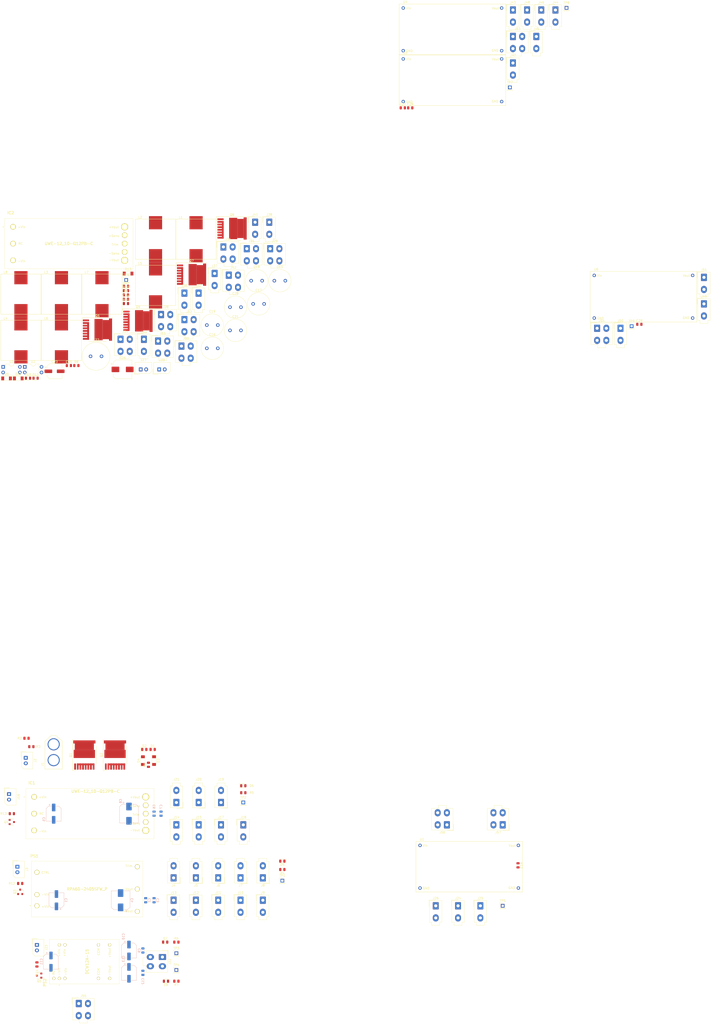
<source format=kicad_pcb>
(kicad_pcb (version 20171130) (host pcbnew "(5.0.2)-1")
  (layers (0 F.Cu signal) (31 B.Cu signal) (34 B.Paste user) (35 F.Paste user) (36 B.SilkS user) (37 F.SilkS user) (38 B.Mask user) (39 F.Mask user) (44 Edge.Cuts user))
  (net 0 "")
  (net 1 -BattDigit)
  (net 2 +BattDigit)
  (net 3 "Net-(C2-Pad1)")
  (net 4 "Net-(C6-Pad1)")
  (net 5 "Net-(C10-Pad1)")
  (net 6 "Net-(C12-Pad2)")
  (net 7 "Net-(C14-Pad2)")
  (net 8 "Net-(C14-Pad1)")
  (net 9 "Net-(C15-Pad1)")
  (net 10 -BattPow)
  (net 11 "Net-(C16-Pad1)")
  (net 12 "Net-(C17-Pad1)")
  (net 13 "Net-(C18-Pad1)")
  (net 14 "Net-(C19-Pad1)")
  (net 15 "Net-(C20-Pad1)")
  (net 16 "Net-(C21-Pad1)")
  (net 17 "Net-(C22-Pad1)")
  (net 18 +BattPow)
  (net 19 "Net-(C24-Pad1)")
  (net 20 "Net-(C27-Pad2)")
  (net 21 "Net-(C27-Pad1)")
  (net 22 "Net-(C28-Pad1)")
  (net 23 "Net-(C29-Pad1)")
  (net 24 "Net-(C29-Pad2)")
  (net 25 "Net-(D1-Pad2)")
  (net 26 /logika_main/-Batt)
  (net 27 "Net-(D5-Pad1)")
  (net 28 "Net-(D6-Pad2)")
  (net 29 "Net-(D7-Pad2)")
  (net 30 "Net-(D8-Pad1)")
  (net 31 "Net-(D9-Pad2)")
  (net 32 "Net-(D10-Pad2)")
  (net 33 "Net-(D10-Pad1)")
  (net 34 "Net-(D11-Pad2)")
  (net 35 /moc_main/-BattPower)
  (net 36 "Net-(D14-Pad2)")
  (net 37 "Net-(IC1-Pad2)")
  (net 38 "Net-(IC2-Pad2)")
  (net 39 "Net-(J2-Pad1)")
  (net 40 "Net-(J3-Pad1)")
  (net 41 "Net-(J10-Pad2)")
  (net 42 "Net-(J16-Pad1)")
  (net 43 "Net-(J23-Pad1)")
  (net 44 "Net-(J27-Pad2)")
  (net 45 "Net-(J27-Pad1)")
  (net 46 "Net-(J39-Pad1)")
  (net 47 "Net-(J39-Pad2)")
  (net 48 "Net-(J53-Pad1)")
  (net 49 "Net-(J54-Pad1)")
  (net 50 "Net-(J56-Pad1)")
  (net 51 "Net-(PS1-Pad3)")
  (net 52 "Net-(PS2-Pad1)")
  (net 53 "Net-(Q1-Pad1)")
  (net 54 "Net-(Q1-Pad3)")
  (net 55 "Net-(Q6-Pad1)")
  (net 56 "Net-(Q6-Pad3)")
  (net 57 "Net-(D2-Pad1)")
  (net 58 "Net-(D3-Pad2)")
  (net 59 "Net-(Q3-Pad1)")
  (net 60 "Net-(Q4-Pad1)")
  (net 61 "Net-(Q5-Pad1)")
  (module Capacitor_SMD:CP_Elec_6.3x5.4 (layer B.Cu) (at 53.34 147.32 90)
    (fp_text reference C1 (at 0 4.35 90) (layer B.SilkS) (effects (justify mirror)))
    (fp_text value 33uF)
    (pad 2 smd roundrect (at 2.8 0 90) (size 3.5 1.6) (layers B.Cu B.Paste B.Mask) (roundrect_rratio 0.15625) (net 1 -BattDigit))
    (pad 1 smd roundrect (at -2.8 0 90) (size 3.5 1.6) (layers B.Cu B.Paste B.Mask) (roundrect_rratio 0.15625) (net 2 +BattDigit))
  )
  (module Capacitor_SMD:C_0805_2012Metric (layer B.Cu) (at 93.98 147.32 90)
    (fp_text reference C2 (at 0 1.65 90) (layer B.SilkS) (effects (justify mirror)))
    (fp_text value 100nF)
    (pad 2 smd roundrect (at 0.9375 0 90) (size 0.975 1.4) (layers B.Cu B.Paste B.Mask) (net 1 -BattDigit))
    (pad 1 smd roundrect (at -0.9375 0 90) (size 0.975 1.4) (layers B.Cu B.Paste B.Mask) (net 3 "Net-(C2-Pad1)"))
  )
  (module Capacitor_SMD:C_0805_2012Metric (layer B.Cu) (at 97.79 147.32 90)
    (fp_text reference C3 (at 0 1.65 90) (layer B.SilkS) (effects (justify mirror)))
    (fp_text value 10uF)
    (pad 1 smd roundrect (at -0.9375 0 90) (size 0.975 1.4) (layers B.Cu B.Paste B.Mask) (net 3 "Net-(C2-Pad1)"))
    (pad 2 smd roundrect (at 0.9375 0 90) (size 0.975 1.4) (layers B.Cu B.Paste B.Mask) (net 1 -BattDigit))
  )
  (module Capacitor_SMD:CP_Elec_8x10 (layer B.Cu) (at 82.55 147.32 90)
    (fp_text reference C4 (at 0 5.2 90) (layer B.SilkS) (effects (justify mirror)))
    (fp_text value 200uF)
    (pad 1 smd roundrect (at -3.25 0 90) (size 3.5 2.5) (layers B.Cu B.Paste B.Mask) (roundrect_rratio 0.1) (net 3 "Net-(C2-Pad1)"))
    (pad 2 smd roundrect (at 3.25 0 90) (size 3.5 2.5) (layers B.Cu B.Paste B.Mask) (roundrect_rratio 0.1) (net 1 -BattDigit))
  )
  (module Capacitor_SMD:CP_Elec_6.3x5.4 (layer B.Cu) (at 52.07 107.95 270)
    (fp_text reference C5 (at 2.54 4.445 270) (layer B.SilkS) (effects (justify mirror)))
    (fp_text value 33uF)
    (pad 1 smd roundrect (at -2.8 0 270) (size 3.5 1.6) (layers B.Cu B.Paste B.Mask) (roundrect_rratio 0.15625) (net 2 +BattDigit))
    (pad 2 smd roundrect (at 2.8 0 270) (size 3.5 1.6) (layers B.Cu B.Paste B.Mask) (roundrect_rratio 0.15625) (net 1 -BattDigit))
  )
  (module Capacitor_SMD:C_0805_2012Metric (layer B.Cu) (at 97.79 107.95 270)
    (fp_text reference C6 (at -3.175 0 270) (layer B.SilkS) (effects (justify mirror)))
    (fp_text value 100nF)
    (pad 2 smd roundrect (at 0.9375 0 270) (size 0.975 1.4) (layers B.Cu B.Paste B.Mask) (net 1 -BattDigit))
    (pad 1 smd roundrect (at -0.9375 0 270) (size 0.975 1.4) (layers B.Cu B.Paste B.Mask) (net 4 "Net-(C6-Pad1)"))
  )
  (module Capacitor_SMD:C_0805_2012Metric (layer B.Cu) (at 100.965 107.95 270)
    (fp_text reference C7 (at -3.175 0 270) (layer B.SilkS) (effects (justify mirror)))
    (fp_text value 10uF)
    (pad 1 smd roundrect (at -0.9375 0 270) (size 0.975 1.4) (layers B.Cu B.Paste B.Mask) (net 4 "Net-(C6-Pad1)"))
    (pad 2 smd roundrect (at 0.9375 0 270) (size 0.975 1.4) (layers B.Cu B.Paste B.Mask) (net 1 -BattDigit))
  )
  (module Capacitor_SMD:CP_Elec_8x10 (layer B.Cu) (at 86.36 107.95 270)
    (fp_text reference C8 (at -5.715 3.81 270) (layer B.SilkS) (effects (justify mirror)))
    (fp_text value 200uF)
    (pad 1 smd roundrect (at -3.25 0 270) (size 3.5 2.5) (layers B.Cu B.Paste B.Mask) (roundrect_rratio 0.1) (net 4 "Net-(C6-Pad1)"))
    (pad 2 smd roundrect (at 3.25 0 270) (size 3.5 2.5) (layers B.Cu B.Paste B.Mask) (roundrect_rratio 0.1) (net 1 -BattDigit))
  )
  (module Capacitor_SMD:C_0805_2012Metric (layer B.Cu) (at 92.71 170.18 270)
    (fp_text reference C9 (at 0 1.65 270) (layer B.SilkS) (effects (justify mirror)))
    (fp_text value 100nF)
    (pad 1 smd roundrect (at -0.9375 0 270) (size 0.975 1.4) (layers B.Cu B.Paste B.Mask) (net 5 "Net-(C10-Pad1)"))
    (pad 2 smd roundrect (at 0.9375 0 270) (size 0.975 1.4) (layers B.Cu B.Paste B.Mask) (net 1 -BattDigit))
  )
  (module Capacitor_SMD:CP_Elec_6.3x7.7 (layer B.Cu) (at 86.36 170.18 270)
    (fp_text reference C10 (at -6.35 2.54 270) (layer B.SilkS) (effects (justify mirror)))
    (fp_text value 100uF)
    (pad 2 smd roundrect (at 2.7 0 270) (size 3.5 1.6) (layers B.Cu B.Paste B.Mask) (roundrect_rratio 0.15625) (net 1 -BattDigit))
    (pad 1 smd roundrect (at -2.7 0 270) (size 3.5 1.6) (layers B.Cu B.Paste B.Mask) (roundrect_rratio 0.15625) (net 5 "Net-(C10-Pad1)"))
  )
  (module Capacitor_SMD:CP_Elec_6.3x5.4 (layer B.Cu) (at 50.8 175.26 270)
    (fp_text reference C11 (at 0 4.35 270) (layer B.SilkS) (effects (justify mirror)))
    (fp_text value 33uF)
    (pad 2 smd roundrect (at 2.8 0 270) (size 3.5 1.6) (layers B.Cu B.Paste B.Mask) (roundrect_rratio 0.15625) (net 1 -BattDigit))
    (pad 1 smd roundrect (at -2.8 0 270) (size 3.5 1.6) (layers B.Cu B.Paste B.Mask) (roundrect_rratio 0.15625) (net 2 +BattDigit))
  )
  (module Capacitor_SMD:C_0805_2012Metric (layer B.Cu) (at 92.71 180.34 270)
    (fp_text reference C12 (at 3.81 0 270) (layer B.SilkS) (effects (justify mirror)))
    (fp_text value 100nF)
    (pad 2 smd roundrect (at 0.9375 0 270) (size 0.975 1.4) (layers B.Cu B.Paste B.Mask) (net 6 "Net-(C12-Pad2)"))
    (pad 1 smd roundrect (at -0.9375 0 270) (size 0.975 1.4) (layers B.Cu B.Paste B.Mask) (net 1 -BattDigit))
  )
  (module Capacitor_SMD:CP_Elec_6.3x7.7 (layer B.Cu) (at 86.36 180.34 270)
    (fp_text reference C13 (at -6.35 2.54 270) (layer B.SilkS) (effects (justify mirror)))
    (fp_text value 100uF)
    (pad 1 smd roundrect (at -2.7 0 270) (size 3.5 1.6) (layers B.Cu B.Paste B.Mask) (roundrect_rratio 0.15625) (net 1 -BattDigit))
    (pad 2 smd roundrect (at 2.7 0 270) (size 3.5 1.6) (layers B.Cu B.Paste B.Mask) (roundrect_rratio 0.15625) (net 6 "Net-(C12-Pad2)"))
  )
  (module Capacitor_SMD:C_0805_2012Metric (layer F.Cu) (at 263.525 131.445 270)
    (fp_text reference C14 (at 0 -1.65 270) (layer F.SilkS))
    (fp_text value 100nF)
    (pad 2 smd roundrect (at 0.9375 0 270) (size 0.975 1.4) (layers F.Cu F.Paste F.Mask) (net 7 "Net-(C14-Pad2)"))
    (pad 1 smd roundrect (at -0.9375 0 270) (size 0.975 1.4) (layers F.Cu F.Paste F.Mask) (net 8 "Net-(C14-Pad1)"))
  )
  (module Capacitor_THT:C_Radial_D10.0mm_H20.0mm_P5.00mm (layer F.Cu) (at 152.565001 -134.454999)
    (fp_text reference C15 (at 2.5 -6.25) (layer F.SilkS))
    (fp_text value C)
    (pad 1 thru_hole circle (at 0 0) (size 1.6 1.6) (drill 0.8) (layers *.Cu *.Mask) (net 9 "Net-(C15-Pad1)"))
    (pad 2 thru_hole circle (at 5 0) (size 1.6 1.6) (drill 0.8) (layers *.Cu *.Mask) (net 10 -BattPow))
  )
  (module Capacitor_THT:C_Radial_D10.0mm_H20.0mm_P5.00mm (layer F.Cu) (at 121.815001 -103.704999)
    (fp_text reference C16 (at 2.5 -6.25) (layer F.SilkS))
    (fp_text value C)
    (pad 2 thru_hole circle (at 5 0) (size 1.6 1.6) (drill 0.8) (layers *.Cu *.Mask) (net 10 -BattPow))
    (pad 1 thru_hole circle (at 0 0) (size 1.6 1.6) (drill 0.8) (layers *.Cu *.Mask) (net 11 "Net-(C16-Pad1)"))
  )
  (module Capacitor_THT:C_Radial_D10.0mm_H20.0mm_P5.00mm (layer F.Cu) (at 142.915001 -123.904999)
    (fp_text reference C17 (at 2.5 -6.25) (layer F.SilkS))
    (fp_text value C)
    (pad 1 thru_hole circle (at 0 0) (size 1.6 1.6) (drill 0.8) (layers *.Cu *.Mask) (net 12 "Net-(C17-Pad1)"))
    (pad 2 thru_hole circle (at 5 0) (size 1.6 1.6) (drill 0.8) (layers *.Cu *.Mask) (net 10 -BattPow))
  )
  (module Capacitor_THT:C_Radial_D10.0mm_H20.0mm_P5.00mm (layer F.Cu) (at 142.015001 -134.454999)
    (fp_text reference C18 (at 2.5 -6.25) (layer F.SilkS))
    (fp_text value C)
    (pad 2 thru_hole circle (at 5 0) (size 1.6 1.6) (drill 0.8) (layers *.Cu *.Mask) (net 10 -BattPow))
    (pad 1 thru_hole circle (at 0 0) (size 1.6 1.6) (drill 0.8) (layers *.Cu *.Mask) (net 13 "Net-(C18-Pad1)"))
  )
  (module Capacitor_THT:C_Radial_D10.0mm_H20.0mm_P5.00mm (layer F.Cu) (at 121.815001 -114.254999)
    (fp_text reference C19 (at 2.5 -6.25) (layer F.SilkS))
    (fp_text value C)
    (pad 1 thru_hole circle (at 0 0) (size 1.6 1.6) (drill 0.8) (layers *.Cu *.Mask) (net 14 "Net-(C19-Pad1)"))
    (pad 2 thru_hole circle (at 5 0) (size 1.6 1.6) (drill 0.8) (layers *.Cu *.Mask) (net 10 -BattPow))
  )
  (module Capacitor_THT:C_Radial_D10.0mm_H20.0mm_P5.00mm (layer F.Cu) (at 132.365001 -122.404999)
    (fp_text reference C20 (at 2.5 -6.25) (layer F.SilkS))
    (fp_text value C)
    (pad 1 thru_hole circle (at 0 0) (size 1.6 1.6) (drill 0.8) (layers *.Cu *.Mask) (net 15 "Net-(C20-Pad1)"))
    (pad 2 thru_hole circle (at 5 0) (size 1.6 1.6) (drill 0.8) (layers *.Cu *.Mask) (net 10 -BattPow))
  )
  (module Capacitor_THT:C_Radial_D10.0mm_H20.0mm_P5.00mm (layer F.Cu) (at 132.365001 -111.854999)
    (fp_text reference C21 (at 2.5 -6.25) (layer F.SilkS))
    (fp_text value C)
    (pad 2 thru_hole circle (at 5 0) (size 1.6 1.6) (drill 0.8) (layers *.Cu *.Mask) (net 10 -BattPow))
    (pad 1 thru_hole circle (at 0 0) (size 1.6 1.6) (drill 0.8) (layers *.Cu *.Mask) (net 16 "Net-(C21-Pad1)"))
  )
  (module Capacitor_THT:C_Radial_D12.5mm_H20.0mm_P5.00mm (layer F.Cu) (at 68.865001 -100.054999)
    (fp_text reference C22 (at 2.5 -7.5) (layer F.SilkS))
    (fp_text value C)
    (pad 1 thru_hole circle (at 0 0) (size 1.6 1.6) (drill 0.8) (layers *.Cu *.Mask) (net 17 "Net-(C22-Pad1)"))
    (pad 2 thru_hole circle (at 5 0) (size 1.6 1.6) (drill 0.8) (layers *.Cu *.Mask) (net 10 -BattPow))
  )
  (module Capacitor_SMD:CP_Elec_6.3x5.4 (layer F.Cu) (at 52.465001 -93.254999)
    (fp_text reference C23 (at 0 -4.35) (layer F.SilkS))
    (fp_text value 33uF)
    (pad 1 smd roundrect (at -2.8 0) (size 3.5 1.6) (layers F.Cu F.Paste F.Mask) (roundrect_rratio 0.15625) (net 18 +BattPow))
    (pad 2 smd roundrect (at 2.8 0) (size 3.5 1.6) (layers F.Cu F.Paste F.Mask) (roundrect_rratio 0.15625) (net 10 -BattPow))
  )
  (module Capacitor_SMD:C_0805_2012Metric (layer F.Cu) (at 84.995001 -126.014999)
    (fp_text reference C24 (at 0 -1.65) (layer F.SilkS))
    (fp_text value 100nF)
    (pad 1 smd roundrect (at -0.9375 0) (size 0.975 1.4) (layers F.Cu F.Paste F.Mask) (net 19 "Net-(C24-Pad1)"))
    (pad 2 smd roundrect (at 0.9375 0) (size 0.975 1.4) (layers F.Cu F.Paste F.Mask) (net 10 -BattPow))
  )
  (module Capacitor_SMD:C_0805_2012Metric (layer F.Cu) (at 58.995001 -95.854999)
    (fp_text reference C25 (at 0 -1.65) (layer F.SilkS))
    (fp_text value 10uF)
    (pad 2 smd roundrect (at 0.9375 0) (size 0.975 1.4) (layers F.Cu F.Paste F.Mask) (net 10 -BattPow))
    (pad 1 smd roundrect (at -0.9375 0) (size 0.975 1.4) (layers F.Cu F.Paste F.Mask) (net 19 "Net-(C24-Pad1)"))
  )
  (module Capacitor_SMD:CP_Elec_8x10 (layer F.Cu) (at 83.450001 -94.104999)
    (fp_text reference C26 (at 0 -5.2) (layer F.SilkS))
    (fp_text value 200uF)
    (pad 2 smd roundrect (at 3.25 0) (size 3.5 2.5) (layers F.Cu F.Paste F.Mask) (roundrect_rratio 0.1) (net 10 -BattPow))
    (pad 1 smd roundrect (at -3.25 0) (size 3.5 2.5) (layers F.Cu F.Paste F.Mask) (roundrect_rratio 0.1) (net 19 "Net-(C24-Pad1)"))
  )
  (module Capacitor_SMD:C_0805_2012Metric (layer F.Cu) (at 211.045001 -213.074999)
    (fp_text reference C27 (at 0 -1.65) (layer F.SilkS))
    (fp_text value 100nF)
    (pad 2 smd roundrect (at 0.9375 0) (size 0.975 1.4) (layers F.Cu F.Paste F.Mask) (net 20 "Net-(C27-Pad2)"))
    (pad 1 smd roundrect (at -0.9375 0) (size 0.975 1.4) (layers F.Cu F.Paste F.Mask) (net 21 "Net-(C27-Pad1)"))
  )
  (module Capacitor_SMD:C_0805_2012Metric (layer F.Cu) (at 214.455001 -213.074999)
    (fp_text reference C28 (at 0 -1.65) (layer F.SilkS))
    (fp_text value 100nF)
    (pad 1 smd roundrect (at -0.9375 0) (size 0.975 1.4) (layers F.Cu F.Paste F.Mask) (net 22 "Net-(C28-Pad1)"))
    (pad 2 smd roundrect (at 0.9375 0) (size 0.975 1.4) (layers F.Cu F.Paste F.Mask) (net 20 "Net-(C27-Pad2)"))
  )
  (module Capacitor_SMD:C_0805_2012Metric (layer F.Cu) (at 318.775001 -114.614999)
    (fp_text reference C29 (at 0 -1.65) (layer F.SilkS))
    (fp_text value 100nF)
    (pad 1 smd roundrect (at -0.9375 0) (size 0.975 1.4) (layers F.Cu F.Paste F.Mask) (net 23 "Net-(C29-Pad1)"))
    (pad 2 smd roundrect (at 0.9375 0) (size 0.975 1.4) (layers F.Cu F.Paste F.Mask) (net 24 "Net-(C29-Pad2)"))
  )
  (module LED_SMD:LED_0805_2012Metric (layer F.Cu) (at 97.155 78.74)
    (fp_text reference D1 (at 0 -1.65) (layer F.SilkS))
    (fp_text value LED_G)
    (pad 1 smd roundrect (at -0.9375 0) (size 0.975 1.4) (layers F.Cu F.Paste F.Mask) (net 26 /logika_main/-Batt))
    (pad 2 smd roundrect (at 0.9375 0) (size 0.975 1.4) (layers F.Cu F.Paste F.Mask) (net 25 "Net-(D1-Pad2)"))
  )
  (module LED_SMD:LED_0805_2012Metric (layer F.Cu) (at 93.345 78.74)
    (fp_text reference D2 (at 0 -1.65) (layer F.SilkS))
    (fp_text value LED_R)
    (pad 2 smd roundrect (at 0.9375 0) (size 0.975 1.4) (layers F.Cu F.Paste F.Mask) (net 26 /logika_main/-Batt))
    (pad 1 smd roundrect (at -0.9375 0) (size 0.975 1.4) (layers F.Cu F.Paste F.Mask) (net 57 "Net-(D2-Pad1)"))
  )
  (module Diode_SMD:D_MiniMELF (layer F.Cu) (at 97.79 83.82 270)
    (fp_text reference D3 (at 0 -2 270) (layer F.SilkS))
    (fp_text value BAT48)
    (pad 2 smd rect (at 1.75 0 270) (size 1.3 1.7) (layers F.Cu F.Paste F.Mask) (net 58 "Net-(D3-Pad2)"))
    (pad 1 smd rect (at -1.75 0 270) (size 1.3 1.7) (layers F.Cu F.Paste F.Mask) (net 25 "Net-(D1-Pad2)"))
  )
  (module Diode_SMD:D_MiniMELF (layer F.Cu) (at 92.71 83.82 90)
    (fp_text reference D4 (at 0 -2 90) (layer F.SilkS))
    (fp_text value BAT48)
    (pad 2 smd rect (at 1.75 0 90) (size 1.3 1.7) (layers F.Cu F.Paste F.Mask) (net 57 "Net-(D2-Pad1)"))
    (pad 1 smd rect (at -1.75 0 90) (size 1.3 1.7) (layers F.Cu F.Paste F.Mask) (net 58 "Net-(D3-Pad2)"))
  )
  (module LED_SMD:LED_0805_2012Metric (layer F.Cu) (at 156.21 129.54 180)
    (fp_text reference D5 (at 0 -1.65 180) (layer F.SilkS))
    (fp_text value LED_B)
    (pad 1 smd roundrect (at -0.9375 0 180) (size 0.975 1.4) (layers F.Cu F.Paste F.Mask) (net 27 "Net-(D5-Pad1)"))
    (pad 2 smd roundrect (at 0.9375 0 180) (size 0.975 1.4) (layers F.Cu F.Paste F.Mask) (net 3 "Net-(C2-Pad1)"))
  )
  (module LED_SMD:LED_0805_2012Metric (layer F.Cu) (at 138.43 95.25)
    (fp_text reference D6 (at 3.81 0) (layer F.SilkS))
    (fp_text value LED_B)
    (pad 2 smd roundrect (at 0.9375 0) (size 0.975 1.4) (layers F.Cu F.Paste F.Mask) (net 28 "Net-(D6-Pad2)"))
    (pad 1 smd roundrect (at -0.9375 0) (size 0.975 1.4) (layers F.Cu F.Paste F.Mask) (net 1 -BattDigit))
  )
  (module LED_SMD:LED_0805_2012Metric (layer F.Cu) (at 102.87 166.37)
    (fp_text reference D7 (at 0 -1.65) (layer F.SilkS))
    (fp_text value LED_B)
    (pad 1 smd roundrect (at -0.9375 0) (size 0.975 1.4) (layers F.Cu F.Paste F.Mask) (net 1 -BattDigit))
    (pad 2 smd roundrect (at 0.9375 0) (size 0.975 1.4) (layers F.Cu F.Paste F.Mask) (net 29 "Net-(D7-Pad2)"))
  )
  (module LED_SMD:LED_0805_2012Metric (layer F.Cu) (at 103.2025 184.15 180)
    (fp_text reference D8 (at 0 -1.65 180) (layer F.SilkS))
    (fp_text value LED_B)
    (pad 1 smd roundrect (at -0.9375 0 180) (size 0.975 1.4) (layers F.Cu F.Paste F.Mask) (net 30 "Net-(D8-Pad1)"))
    (pad 2 smd roundrect (at 0.9375 0 180) (size 0.975 1.4) (layers F.Cu F.Paste F.Mask) (net 1 -BattDigit))
  )
  (module Diode_SMD:D_MiniMELF (layer F.Cu) (at 30.615001 -90.004999)
    (fp_text reference D9 (at 0 -2) (layer F.SilkS))
    (fp_text value BAT48)
    (pad 1 smd rect (at -1.75 0) (size 1.3 1.7) (layers F.Cu F.Paste F.Mask) (net 18 +BattPow))
    (pad 2 smd rect (at 1.75 0) (size 1.3 1.7) (layers F.Cu F.Paste F.Mask) (net 31 "Net-(D9-Pad2)"))
  )
  (module LED_SMD:LED_0805_2012Metric (layer F.Cu) (at 40.385001 -90.109999)
    (fp_text reference D10 (at 0 -1.65) (layer F.SilkS))
    (fp_text value LED_G)
    (pad 2 smd roundrect (at 0.9375 0) (size 0.975 1.4) (layers F.Cu F.Paste F.Mask) (net 32 "Net-(D10-Pad2)"))
    (pad 1 smd roundrect (at -0.9375 0) (size 0.975 1.4) (layers F.Cu F.Paste F.Mask) (net 33 "Net-(D10-Pad1)"))
  )
  (module LED_SMD:LED_0805_2012Metric (layer F.Cu) (at 43.835001 -90.109999)
    (fp_text reference D11 (at 0 -1.65) (layer F.SilkS))
    (fp_text value LED_R)
    (pad 1 smd roundrect (at -0.9375 0) (size 0.975 1.4) (layers F.Cu F.Paste F.Mask) (net 32 "Net-(D10-Pad2)"))
    (pad 2 smd roundrect (at 0.9375 0) (size 0.975 1.4) (layers F.Cu F.Paste F.Mask) (net 34 "Net-(D11-Pad2)"))
  )
  (module Diode_SMD:D_MiniMELF (layer F.Cu) (at 35.965001 -90.004999)
    (fp_text reference D12 (at 0 -2) (layer F.SilkS))
    (fp_text value BAT48)
    (pad 1 smd rect (at -1.75 0) (size 1.3 1.7) (layers F.Cu F.Paste F.Mask) (net 35 /moc_main/-BattPower))
    (pad 2 smd rect (at 1.75 0) (size 1.3 1.7) (layers F.Cu F.Paste F.Mask) (net 33 "Net-(D10-Pad1)"))
  )
  (module Diode_SMD:D_MiniMELF (layer F.Cu) (at 85.965001 -137.704999)
    (fp_text reference D13 (at 0 -2) (layer F.SilkS))
    (fp_text value BAT48)
    (pad 1 smd rect (at -1.75 0) (size 1.3 1.7) (layers F.Cu F.Paste F.Mask) (net 34 "Net-(D11-Pad2)"))
    (pad 2 smd rect (at 1.75 0) (size 1.3 1.7) (layers F.Cu F.Paste F.Mask) (net 35 /moc_main/-BattPower))
  )
  (module LED_SMD:LED_0805_2012Metric (layer F.Cu) (at 85.035001 -131.909999)
    (fp_text reference D14 (at 0 -1.65) (layer F.SilkS))
    (fp_text value LED_B)
    (pad 2 smd roundrect (at 0.9375 0) (size 0.975 1.4) (layers F.Cu F.Paste F.Mask) (net 36 "Net-(D14-Pad2)"))
    (pad 1 smd roundrect (at -0.9375 0) (size 0.975 1.4) (layers F.Cu F.Paste F.Mask) (net 10 -BattPow))
  )
  (module UWE-12_10-Q12P-C:UWE-12_10-Q12P-C (layer F.Cu) (at 68.58 107.95)
    (fp_text reference IC1 (at -26.5 -14) (layer F.SilkS) (effects (font (size 1.27 1.27) (thickness 0.254))))
    (fp_text value UWE-12_10-Q12PB-C (at 2.54 -10.16) (layer F.SilkS) (effects (font (size 1.27 1.27) (thickness 0.254))))
    (fp_text user Trim (at 21 0.5) (layer F.SilkS))
    (fp_text user -Sens (at 20.5 4.5) (layer F.SilkS))
    (fp_text user +Sens (at 20.5 -3.5) (layer F.SilkS))
    (fp_text user +Vout (at 20.5 -7.5) (layer F.SilkS))
    (fp_text user -Vout (at 20.5 7.5) (layer F.SilkS))
    (fp_text user RC (at -22 0) (layer F.SilkS))
    (fp_text user -Vin (at -21.5 8) (layer F.SilkS))
    (fp_text user +Vin (at -21.5 -7.5) (layer F.SilkS))
    (pad 8 thru_hole circle (at 25.4 -7.62 90) (size 3.2 3.2) (drill 2.1336) (layers *.Cu *.Mask F.SilkS) (net 4 "Net-(C6-Pad1)"))
    (pad 7 thru_hole circle (at 25.4 -3.81 90) (size 2.54 2.54) (drill 1.5748) (layers *.Cu *.Mask F.SilkS) (net 4 "Net-(C6-Pad1)"))
    (pad 6 thru_hole circle (at 25.4 0 90) (size 2.54 2.54) (drill 1.5748) (layers *.Cu *.Mask F.SilkS))
    (pad 5 thru_hole circle (at 25.4 3.81 90) (size 2.54 2.54) (drill 1.5748) (layers *.Cu *.Mask F.SilkS) (net 1 -BattDigit))
    (pad 4 thru_hole circle (at 25.4 7.62 90) (size 3.2 3.2) (drill 2.1336) (layers *.Cu *.Mask F.SilkS) (net 1 -BattDigit))
    (pad 3 thru_hole circle (at -25.4 7.62 90) (size 2.54 2.54) (drill 1.5748) (layers *.Cu *.Mask F.SilkS) (net 1 -BattDigit))
    (pad 2 thru_hole circle (at -25.4 0 90) (size 2.54 2.54) (drill 1.5748) (layers *.Cu *.Mask F.SilkS) (net 37 "Net-(IC1-Pad2)"))
    (pad 1 thru_hole circle (at -25.4 -7.62 90) (size 2.54 2.54) (drill 1.5748) (layers *.Cu *.Mask F.SilkS) (net 2 +BattDigit))
  )
  (module UWE-12_10-Q12P-C:UWE-12_10-Q12P-C (layer F.Cu) (at 58.990001 -151.329999)
    (fp_text reference IC2 (at -26.5 -14) (layer F.SilkS) (effects (font (size 1.27 1.27) (thickness 0.254))))
    (fp_text value UWE-12_10-Q12PB-C (at 0 0) (layer F.SilkS) (effects (font (size 1.27 1.27) (thickness 0.254))))
    (fp_text user +Vin (at -21.5 -7.5) (layer F.SilkS))
    (fp_text user -Vin (at -21.5 8) (layer F.SilkS))
    (fp_text user RC (at -22 0) (layer F.SilkS))
    (fp_text user -Vout (at 20.5 7.5) (layer F.SilkS))
    (fp_text user +Vout (at 20.5 -7.5) (layer F.SilkS))
    (fp_text user +Sens (at 20.5 -3.5) (layer F.SilkS))
    (fp_text user -Sens (at 20.5 4.5) (layer F.SilkS))
    (fp_text user Trim (at 21 0.5) (layer F.SilkS))
    (pad 1 thru_hole circle (at -25.4 -7.62 90) (size 2.54 2.54) (drill 1.5748) (layers *.Cu *.Mask F.SilkS) (net 18 +BattPow))
    (pad 2 thru_hole circle (at -25.4 0 90) (size 2.54 2.54) (drill 1.5748) (layers *.Cu *.Mask F.SilkS) (net 38 "Net-(IC2-Pad2)"))
    (pad 3 thru_hole circle (at -25.4 7.62 90) (size 2.54 2.54) (drill 1.5748) (layers *.Cu *.Mask F.SilkS) (net 10 -BattPow))
    (pad 4 thru_hole circle (at 25.4 7.62 90) (size 3.2 3.2) (drill 2.1336) (layers *.Cu *.Mask F.SilkS) (net 10 -BattPow))
    (pad 5 thru_hole circle (at 25.4 3.81 90) (size 2.54 2.54) (drill 1.5748) (layers *.Cu *.Mask F.SilkS) (net 10 -BattPow))
    (pad 6 thru_hole circle (at 25.4 0 90) (size 2.54 2.54) (drill 1.5748) (layers *.Cu *.Mask F.SilkS))
    (pad 7 thru_hole circle (at 25.4 -3.81 90) (size 2.54 2.54) (drill 1.5748) (layers *.Cu *.Mask F.SilkS) (net 19 "Net-(C24-Pad1)"))
    (pad 8 thru_hole circle (at 25.4 -7.62 90) (size 3.2 3.2) (drill 2.1336) (layers *.Cu *.Mask F.SilkS) (net 19 "Net-(C24-Pad1)"))
  )
  (module power_connectors:XT60UPB-M (layer F.Cu) (at 52.07 80.01 90)
    (fp_text reference J1 (at -5.5 -5 90) (layer F.SilkS))
    (fp_text value "Battery digital")
    (pad 1 thru_hole circle (at -3.6 0 90) (size 5.5 5.5) (drill 4.6) (layers *.Cu *.Mask) (net 2 +BattDigit))
    (pad 2 thru_hole circle (at 3.6 0 90) (size 5.5 5.5) (drill 4.6) (layers *.Cu *.Mask) (net 26 /logika_main/-Batt))
  )
  (module Connector_Molex:Molex_SPOX_5267-02A_1x02_P2.50mm_Vertical (layer F.Cu) (at 39.37 82.55 270)
    (fp_text reference J2 (at 1.25 -4.3 270) (layer F.SilkS))
    (fp_text value "Reed switch")
    (pad 1 thru_hole roundrect (at 0 0 270) (size 1.7 1.85) (drill 0.85) (layers *.Cu *.Mask) (roundrect_rratio 0.147059) (net 39 "Net-(J2-Pad1)"))
    (pad 2 thru_hole oval (at 2.5 0 270) (size 1.7 1.85) (drill 0.85) (layers *.Cu *.Mask) (net 2 +BattDigit))
  )
  (module Connector_Molex:Molex_Mini-Fit_Jr_5566-02A_2x01_P4.20mm_Vertical (layer F.Cu) (at 106.68 137.16 180)
    (fp_text reference J4 (at 0 -3.45 180) (layer F.SilkS))
    (fp_text value Manip_SterSil2)
    (pad 2 thru_hole oval (at 0 5.5 180) (size 2.7 3.3) (drill 1.4) (layers *.Cu *.Mask) (net 1 -BattDigit))
    (pad 1 thru_hole roundrect (at 0 0 180) (size 2.7 3.3) (drill 1.4) (layers *.Cu *.Mask) (roundrect_rratio 0.09259299999999999) (net 3 "Net-(C2-Pad1)"))
  )
  (module Connector_Molex:Molex_Mini-Fit_Jr_5566-02A_2x01_P4.20mm_Vertical (layer F.Cu) (at 116.84 137.16 180)
    (fp_text reference J5 (at 0 -3.45 180) (layer F.SilkS))
    (fp_text value Manip_SterSil1)
    (pad 1 thru_hole roundrect (at 0 0 180) (size 2.7 3.3) (drill 1.4) (layers *.Cu *.Mask) (roundrect_rratio 0.09259299999999999) (net 3 "Net-(C2-Pad1)"))
    (pad 2 thru_hole oval (at 0 5.5 180) (size 2.7 3.3) (drill 1.4) (layers *.Cu *.Mask) (net 41 "Net-(J10-Pad2)"))
  )
  (module Connector_Molex:Molex_Mini-Fit_Jr_5566-02A_2x01_P4.20mm_Vertical (layer F.Cu) (at 127 137.16 180)
    (fp_text reference J6 (at 0 -3.45 180) (layer F.SilkS))
    (fp_text value Extra)
    (pad 2 thru_hole oval (at 0 5.5 180) (size 2.7 3.3) (drill 1.4) (layers *.Cu *.Mask) (net 1 -BattDigit))
    (pad 1 thru_hole roundrect (at 0 0 180) (size 2.7 3.3) (drill 1.4) (layers *.Cu *.Mask) (roundrect_rratio 0.09259299999999999) (net 3 "Net-(C2-Pad1)"))
  )
  (module Connector_Molex:Molex_Mini-Fit_Jr_5566-02A_2x01_P4.20mm_Vertical (layer F.Cu) (at 137.16 137.16 180)
    (fp_text reference J7 (at 0 -3.45 180) (layer F.SilkS))
    (fp_text value Extra)
    (pad 1 thru_hole roundrect (at 0 0 180) (size 2.7 3.3) (drill 1.4) (layers *.Cu *.Mask) (roundrect_rratio 0.09259299999999999) (net 3 "Net-(C2-Pad1)"))
    (pad 2 thru_hole oval (at 0 5.5 180) (size 2.7 3.3) (drill 1.4) (layers *.Cu *.Mask) (net 1 -BattDigit))
  )
  (module Connector_Molex:Molex_Mini-Fit_Jr_5566-02A_2x01_P4.20mm_Vertical (layer F.Cu) (at 147.32 137.16 180)
    (fp_text reference J8 (at 0 -3.45 180) (layer F.SilkS))
    (fp_text value STM32)
    (pad 2 thru_hole oval (at 0 5.5 180) (size 2.7 3.3) (drill 1.4) (layers *.Cu *.Mask) (net 1 -BattDigit))
    (pad 1 thru_hole roundrect (at 0 0 180) (size 2.7 3.3) (drill 1.4) (layers *.Cu *.Mask) (roundrect_rratio 0.09259299999999999) (net 3 "Net-(C2-Pad1)"))
  )
  (module Connector_Molex:Molex_Mini-Fit_Jr_5566-02A_2x01_P4.20mm_Vertical (layer F.Cu) (at 147.32 147.32)
    (fp_text reference J9 (at 0 -3.45) (layer F.SilkS))
    (fp_text value RPi)
    (pad 2 thru_hole oval (at 0 5.5) (size 2.7 3.3) (drill 1.4) (layers *.Cu *.Mask) (net 1 -BattDigit))
    (pad 1 thru_hole roundrect (at 0 0) (size 2.7 3.3) (drill 1.4) (layers *.Cu *.Mask) (roundrect_rratio 0.09259299999999999) (net 3 "Net-(C2-Pad1)"))
  )
  (module Connector_Molex:Molex_Mini-Fit_Jr_5566-02A_2x01_P4.20mm_Vertical (layer F.Cu) (at 137.16 147.32)
    (fp_text reference J10 (at 0 -3.45) (layer F.SilkS))
    (fp_text value Router)
    (pad 1 thru_hole roundrect (at 0 0) (size 2.7 3.3) (drill 1.4) (layers *.Cu *.Mask) (roundrect_rratio 0.09259299999999999) (net 3 "Net-(C2-Pad1)"))
    (pad 2 thru_hole oval (at 0 5.5) (size 2.7 3.3) (drill 1.4) (layers *.Cu *.Mask) (net 41 "Net-(J10-Pad2)"))
  )
  (module Connector_Molex:Molex_Mini-Fit_Jr_5566-02A_2x01_P4.20mm_Vertical (layer F.Cu) (at 127 147.32)
    (fp_text reference J11 (at 0 -3.45) (layer F.SilkS))
    (fp_text value Switch)
    (pad 2 thru_hole oval (at 0 5.5) (size 2.7 3.3) (drill 1.4) (layers *.Cu *.Mask) (net 1 -BattDigit))
    (pad 1 thru_hole roundrect (at 0 0) (size 2.7 3.3) (drill 1.4) (layers *.Cu *.Mask) (roundrect_rratio 0.09259299999999999) (net 3 "Net-(C2-Pad1)"))
  )
  (module Connector_Molex:Molex_Mini-Fit_Jr_5566-02A_2x01_P4.20mm_Vertical (layer F.Cu) (at 116.84 147.32)
    (fp_text reference J12 (at 0 -3.45) (layer F.SilkS))
    (fp_text value Enko_inkrementalny)
    (pad 2 thru_hole oval (at 0 5.5) (size 2.7 3.3) (drill 1.4) (layers *.Cu *.Mask) (net 1 -BattDigit))
    (pad 1 thru_hole roundrect (at 0 0) (size 2.7 3.3) (drill 1.4) (layers *.Cu *.Mask) (roundrect_rratio 0.09259299999999999) (net 3 "Net-(C2-Pad1)"))
  )
  (module Connector_Molex:Molex_Mini-Fit_Jr_5566-02A_2x01_P4.20mm_Vertical (layer F.Cu) (at 106.68 147.32)
    (fp_text reference J13 (at 0 -3.45) (layer F.SilkS))
    (fp_text value "Torpedy, hall, laser")
    (pad 1 thru_hole roundrect (at 0 0) (size 2.7 3.3) (drill 1.4) (layers *.Cu *.Mask) (roundrect_rratio 0.09259299999999999) (net 3 "Net-(C2-Pad1)"))
    (pad 2 thru_hole oval (at 0 5.5) (size 2.7 3.3) (drill 1.4) (layers *.Cu *.Mask) (net 1 -BattDigit))
  )
  (module Connector_Molex:Molex_Mini-Fit_Jr_5566-02A_2x01_P4.20mm_Vertical (layer F.Cu) (at 107.95 113.03)
    (fp_text reference J14 (at 0 -3.45) (layer F.SilkS))
    (fp_text value Enko_absolutny_1)
    (pad 2 thru_hole oval (at 0 5.5) (size 2.7 3.3) (drill 1.4) (layers *.Cu *.Mask) (net 1 -BattDigit))
    (pad 1 thru_hole roundrect (at 0 0) (size 2.7 3.3) (drill 1.4) (layers *.Cu *.Mask) (roundrect_rratio 0.09259299999999999) (net 4 "Net-(C6-Pad1)"))
  )
  (module Connector_Molex:Molex_Mini-Fit_Jr_5566-02A_2x01_P4.20mm_Vertical (layer F.Cu) (at 118.11 113.03)
    (fp_text reference J15 (at 0 -3.45) (layer F.SilkS))
    (fp_text value Enko_absolutny_2)
    (pad 1 thru_hole roundrect (at 0 0) (size 2.7 3.3) (drill 1.4) (layers *.Cu *.Mask) (roundrect_rratio 0.09259299999999999) (net 4 "Net-(C6-Pad1)"))
    (pad 2 thru_hole oval (at 0 5.5) (size 2.7 3.3) (drill 1.4) (layers *.Cu *.Mask) (net 1 -BattDigit))
  )
  (module Connector_Molex:Molex_Mini-Fit_Jr_5566-02A_2x01_P4.20mm_Vertical (layer F.Cu) (at 128.27 113.03)
    (fp_text reference J17 (at 0 -3.45) (layer F.SilkS))
    (fp_text value Xavier)
    (pad 1 thru_hole roundrect (at 0 0) (size 2.7 3.3) (drill 1.4) (layers *.Cu *.Mask) (roundrect_rratio 0.09259299999999999) (net 4 "Net-(C6-Pad1)"))
    (pad 2 thru_hole oval (at 0 5.5) (size 2.7 3.3) (drill 1.4) (layers *.Cu *.Mask) (net 1 -BattDigit))
  )
  (module Connector_Molex:Molex_Mini-Fit_Jr_5566-02A_2x01_P4.20mm_Vertical (layer F.Cu) (at 138.43 113.03)
    (fp_text reference J18 (at 0 -3.45) (layer F.SilkS))
    (fp_text value "Kamera 1")
    (pad 2 thru_hole oval (at 0 5.5) (size 2.7 3.3) (drill 1.4) (layers *.Cu *.Mask) (net 1 -BattDigit))
    (pad 1 thru_hole roundrect (at 0 0) (size 2.7 3.3) (drill 1.4) (layers *.Cu *.Mask) (roundrect_rratio 0.09259299999999999) (net 4 "Net-(C6-Pad1)"))
  )
  (module Connector_Molex:Molex_Mini-Fit_Jr_5566-02A_2x01_P4.20mm_Vertical (layer F.Cu) (at 128.27 102.87 180)
    (fp_text reference J19 (at 0 10.52 180) (layer F.SilkS))
    (fp_text value "Kamera 2")
    (pad 1 thru_hole roundrect (at 0 0 180) (size 2.7 3.3) (drill 1.4) (layers *.Cu *.Mask) (roundrect_rratio 0.09259299999999999) (net 4 "Net-(C6-Pad1)"))
    (pad 2 thru_hole oval (at 0 5.5 180) (size 2.7 3.3) (drill 1.4) (layers *.Cu *.Mask) (net 1 -BattDigit))
  )
  (module Connector_Molex:Molex_Mini-Fit_Jr_5566-02A_2x01_P4.20mm_Vertical (layer F.Cu) (at 118.11 102.87 180)
    (fp_text reference J20 (at 0 10.52 180) (layer F.SilkS))
    (fp_text value Extra)
    (pad 2 thru_hole oval (at 0 5.5 180) (size 2.7 3.3) (drill 1.4) (layers *.Cu *.Mask) (net 1 -BattDigit))
    (pad 1 thru_hole roundrect (at 0 0 180) (size 2.7 3.3) (drill 1.4) (layers *.Cu *.Mask) (roundrect_rratio 0.09259299999999999) (net 4 "Net-(C6-Pad1)"))
  )
  (module Connector_Molex:Molex_Mini-Fit_Jr_5566-02A_2x01_P4.20mm_Vertical (layer F.Cu) (at 107.95 102.87 180)
    (fp_text reference J21 (at 0 10.52 180) (layer F.SilkS))
    (fp_text value Extra)
    (pad 1 thru_hole roundrect (at 0 0 180) (size 2.7 3.3) (drill 1.4) (layers *.Cu *.Mask) (roundrect_rratio 0.09259299999999999) (net 4 "Net-(C6-Pad1)"))
    (pad 2 thru_hole oval (at 0 5.5 180) (size 2.7 3.3) (drill 1.4) (layers *.Cu *.Mask) (net 1 -BattDigit))
  )
  (module Connector_Molex:Molex_Mini-Fit_Jr_5566-04A_2x02_P4.20mm_Vertical (layer F.Cu) (at 101.6 173.16 270)
    (fp_text reference J22 (at 2.1 -3.45 270) (layer F.SilkS))
    (fp_text value hydrofony)
    (pad 1 thru_hole roundrect (at 0 0 270) (size 2.7 3.3) (drill 1.4) (layers *.Cu *.Mask) (roundrect_rratio 0.09259299999999999) (net 5 "Net-(C10-Pad1)"))
    (pad 2 thru_hole oval (at 4.2 0 270) (size 2.7 3.3) (drill 1.4) (layers *.Cu *.Mask) (net 6 "Net-(C12-Pad2)"))
    (pad 3 thru_hole oval (at 0 5.5 270) (size 2.7 3.3) (drill 1.4) (layers *.Cu *.Mask) (net 1 -BattDigit))
    (pad 4 thru_hole oval (at 4.2 5.5 270) (size 2.7 3.3) (drill 1.4) (layers *.Cu *.Mask) (net 1 -BattDigit))
  )
  (module Connector_Molex:Molex_Mini-Fit_Jr_5566-02A_2x01_P4.20mm_Vertical (layer F.Cu) (at 236.22 149.86)
    (fp_text reference J24 (at 0 -3.45) (layer F.SilkS))
    (fp_text value Extra)
    (pad 2 thru_hole oval (at 0 5.5) (size 2.7 3.3) (drill 1.4) (layers *.Cu *.Mask) (net 7 "Net-(C14-Pad2)"))
    (pad 1 thru_hole roundrect (at 0 0) (size 2.7 3.3) (drill 1.4) (layers *.Cu *.Mask) (roundrect_rratio 0.09259299999999999) (net 8 "Net-(C14-Pad1)"))
  )
  (module Connector_Molex:Molex_Mini-Fit_Jr_5566-02A_2x01_P4.20mm_Vertical (layer F.Cu) (at 246.38 149.86)
    (fp_text reference J25 (at 0 -3.45) (layer F.SilkS))
    (fp_text value Extra)
    (pad 1 thru_hole roundrect (at 0 0) (size 2.7 3.3) (drill 1.4) (layers *.Cu *.Mask) (roundrect_rratio 0.09259299999999999) (net 8 "Net-(C14-Pad1)"))
    (pad 2 thru_hole oval (at 0 5.5) (size 2.7 3.3) (drill 1.4) (layers *.Cu *.Mask) (net 7 "Net-(C14-Pad2)"))
  )
  (module Connector_Molex:Molex_Mini-Fit_Jr_5566-02A_2x01_P4.20mm_Vertical (layer F.Cu) (at 226.06 149.86)
    (fp_text reference J26 (at 0 -3.45) (layer F.SilkS))
    (fp_text value Extra)
    (pad 2 thru_hole oval (at 0 5.5) (size 2.7 3.3) (drill 1.4) (layers *.Cu *.Mask) (net 7 "Net-(C14-Pad2)"))
    (pad 1 thru_hole roundrect (at 0 0) (size 2.7 3.3) (drill 1.4) (layers *.Cu *.Mask) (roundrect_rratio 0.09259299999999999) (net 8 "Net-(C14-Pad1)"))
  )
  (module Connector_Molex:Molex_SPOX_5267-02A_1x02_P2.50mm_Vertical (layer F.Cu) (at 91.695001 -94.104999)
    (fp_text reference J27 (at 1.25 -4.3) (layer F.SilkS))
    (fp_text value HP_Enable)
    (pad 2 thru_hole oval (at 2.5 0) (size 1.7 1.85) (drill 0.85) (layers *.Cu *.Mask) (net 44 "Net-(J27-Pad2)"))
    (pad 1 thru_hole roundrect (at 0 0) (size 1.7 1.85) (drill 0.85) (layers *.Cu *.Mask) (roundrect_rratio 0.147059) (net 45 "Net-(J27-Pad1)"))
  )
  (module Connector_Molex:Molex_Mini-Fit_Jr_5566-04A_2x02_P4.20mm_Vertical (layer F.Cu) (at 100.965001 -119.054999)
    (fp_text reference J28 (at 2.1 -3.45) (layer F.SilkS))
    (fp_text value ESC1)
    (pad 1 thru_hole roundrect (at 0 0) (size 2.7 3.3) (drill 1.4) (layers *.Cu *.Mask) (roundrect_rratio 0.09259299999999999) (net 9 "Net-(C15-Pad1)"))
    (pad 2 thru_hole oval (at 4.2 0) (size 2.7 3.3) (drill 1.4) (layers *.Cu *.Mask) (net 9 "Net-(C15-Pad1)"))
    (pad 3 thru_hole oval (at 0 5.5) (size 2.7 3.3) (drill 1.4) (layers *.Cu *.Mask) (net 10 -BattPow))
    (pad 4 thru_hole oval (at 4.2 5.5) (size 2.7 3.3) (drill 1.4) (layers *.Cu *.Mask) (net 10 -BattPow))
  )
  (module Connector_Molex:Molex_Mini-Fit_Jr_5566-04A_2x02_P4.20mm_Vertical (layer F.Cu) (at 150.665001 -149.004999)
    (fp_text reference J29 (at 2.1 -3.45) (layer F.SilkS))
    (fp_text value ESC2)
    (pad 4 thru_hole oval (at 4.2 5.5) (size 2.7 3.3) (drill 1.4) (layers *.Cu *.Mask) (net 10 -BattPow))
    (pad 3 thru_hole oval (at 0 5.5) (size 2.7 3.3) (drill 1.4) (layers *.Cu *.Mask) (net 10 -BattPow))
    (pad 2 thru_hole oval (at 4.2 0) (size 2.7 3.3) (drill 1.4) (layers *.Cu *.Mask) (net 11 "Net-(C16-Pad1)"))
    (pad 1 thru_hole roundrect (at 0 0) (size 2.7 3.3) (drill 1.4) (layers *.Cu *.Mask) (roundrect_rratio 0.09259299999999999) (net 11 "Net-(C16-Pad1)"))
  )
  (module Connector_Molex:Molex_Mini-Fit_Jr_5566-04A_2x02_P4.20mm_Vertical (layer F.Cu) (at 110.265001 -104.704999)
    (fp_text reference J30 (at 2.1 -3.45) (layer F.SilkS))
    (fp_text value ESC3)
    (pad 1 thru_hole roundrect (at 0 0) (size 2.7 3.3) (drill 1.4) (layers *.Cu *.Mask) (roundrect_rratio 0.09259299999999999) (net 12 "Net-(C17-Pad1)"))
    (pad 2 thru_hole oval (at 4.2 0) (size 2.7 3.3) (drill 1.4) (layers *.Cu *.Mask) (net 12 "Net-(C17-Pad1)"))
    (pad 3 thru_hole oval (at 0 5.5) (size 2.7 3.3) (drill 1.4) (layers *.Cu *.Mask) (net 10 -BattPow))
    (pad 4 thru_hole oval (at 4.2 5.5) (size 2.7 3.3) (drill 1.4) (layers *.Cu *.Mask) (net 10 -BattPow))
  )
  (module Connector_Molex:Molex_Mini-Fit_Jr_5566-04A_2x02_P4.20mm_Vertical (layer F.Cu) (at 129.365001 -149.804999)
    (fp_text reference J31 (at 2.1 -3.45) (layer F.SilkS))
    (fp_text value ESC4)
    (pad 4 thru_hole oval (at 4.2 5.5) (size 2.7 3.3) (drill 1.4) (layers *.Cu *.Mask) (net 10 -BattPow))
    (pad 3 thru_hole oval (at 0 5.5) (size 2.7 3.3) (drill 1.4) (layers *.Cu *.Mask) (net 10 -BattPow))
    (pad 2 thru_hole oval (at 4.2 0) (size 2.7 3.3) (drill 1.4) (layers *.Cu *.Mask) (net 13 "Net-(C18-Pad1)"))
    (pad 1 thru_hole roundrect (at 0 0) (size 2.7 3.3) (drill 1.4) (layers *.Cu *.Mask) (roundrect_rratio 0.09259299999999999) (net 13 "Net-(C18-Pad1)"))
  )
  (module Connector_Molex:Molex_Mini-Fit_Jr_5566-04A_2x02_P4.20mm_Vertical (layer F.Cu) (at 111.615001 -116.754999)
    (fp_text reference J32 (at 2.1 -3.45) (layer F.SilkS))
    (fp_text value ESC5)
    (pad 4 thru_hole oval (at 4.2 5.5) (size 2.7 3.3) (drill 1.4) (layers *.Cu *.Mask) (net 10 -BattPow))
    (pad 3 thru_hole oval (at 0 5.5) (size 2.7 3.3) (drill 1.4) (layers *.Cu *.Mask) (net 10 -BattPow))
    (pad 2 thru_hole oval (at 4.2 0) (size 2.7 3.3) (drill 1.4) (layers *.Cu *.Mask) (net 14 "Net-(C19-Pad1)"))
    (pad 1 thru_hole roundrect (at 0 0) (size 2.7 3.3) (drill 1.4) (layers *.Cu *.Mask) (roundrect_rratio 0.09259299999999999) (net 14 "Net-(C19-Pad1)"))
  )
  (module Connector_Molex:Molex_Mini-Fit_Jr_5566-04A_2x02_P4.20mm_Vertical (layer F.Cu) (at 99.615001 -107.004999)
    (fp_text reference J33 (at 2.1 -3.45) (layer F.SilkS))
    (fp_text value ESC6)
    (pad 1 thru_hole roundrect (at 0 0) (size 2.7 3.3) (drill 1.4) (layers *.Cu *.Mask) (roundrect_rratio 0.09259299999999999) (net 15 "Net-(C20-Pad1)"))
    (pad 2 thru_hole oval (at 4.2 0) (size 2.7 3.3) (drill 1.4) (layers *.Cu *.Mask) (net 15 "Net-(C20-Pad1)"))
    (pad 3 thru_hole oval (at 0 5.5) (size 2.7 3.3) (drill 1.4) (layers *.Cu *.Mask) (net 10 -BattPow))
    (pad 4 thru_hole oval (at 4.2 5.5) (size 2.7 3.3) (drill 1.4) (layers *.Cu *.Mask) (net 10 -BattPow))
  )
  (module Connector_Molex:Molex_Mini-Fit_Jr_5566-04A_2x02_P4.20mm_Vertical (layer F.Cu) (at 82.515001 -107.804999)
    (fp_text reference J34 (at 2.1 -3.45) (layer F.SilkS))
    (fp_text value ESC7)
    (pad 1 thru_hole roundrect (at 0 0) (size 2.7 3.3) (drill 1.4) (layers *.Cu *.Mask) (roundrect_rratio 0.09259299999999999) (net 16 "Net-(C21-Pad1)"))
    (pad 2 thru_hole oval (at 4.2 0) (size 2.7 3.3) (drill 1.4) (layers *.Cu *.Mask) (net 16 "Net-(C21-Pad1)"))
    (pad 3 thru_hole oval (at 0 5.5) (size 2.7 3.3) (drill 1.4) (layers *.Cu *.Mask) (net 10 -BattPow))
    (pad 4 thru_hole oval (at 4.2 5.5) (size 2.7 3.3) (drill 1.4) (layers *.Cu *.Mask) (net 10 -BattPow))
  )
  (module Connector_Molex:Molex_Mini-Fit_Jr_5566-04A_2x02_P4.20mm_Vertical (layer F.Cu) (at 140.015001 -149.004999)
    (fp_text reference J35 (at 2.1 -3.45) (layer F.SilkS))
    (fp_text value ESC8)
    (pad 4 thru_hole oval (at 4.2 5.5) (size 2.7 3.3) (drill 1.4) (layers *.Cu *.Mask) (net 10 -BattPow))
    (pad 3 thru_hole oval (at 0 5.5) (size 2.7 3.3) (drill 1.4) (layers *.Cu *.Mask) (net 10 -BattPow))
    (pad 2 thru_hole oval (at 4.2 0) (size 2.7 3.3) (drill 1.4) (layers *.Cu *.Mask) (net 17 "Net-(C22-Pad1)"))
    (pad 1 thru_hole roundrect (at 0 0) (size 2.7 3.3) (drill 1.4) (layers *.Cu *.Mask) (roundrect_rratio 0.09259299999999999) (net 17 "Net-(C22-Pad1)"))
  )
  (module Connector_Molex:Molex_Mini-Fit_Jr_5566-02A_2x01_P4.20mm_Vertical (layer F.Cu) (at 111.615001 -128.804999)
    (fp_text reference J36 (at 0 -3.45) (layer F.SilkS))
    (fp_text value Manip_sil_12v)
    (pad 1 thru_hole roundrect (at 0 0) (size 2.7 3.3) (drill 1.4) (layers *.Cu *.Mask) (roundrect_rratio 0.09259299999999999) (net 19 "Net-(C24-Pad1)"))
    (pad 2 thru_hole oval (at 0 5.5) (size 2.7 3.3) (drill 1.4) (layers *.Cu *.Mask) (net 10 -BattPow))
  )
  (module Connector_Molex:Molex_Mini-Fit_Jr_5566-02A_2x01_P4.20mm_Vertical (layer F.Cu) (at 125.365001 -137.754999)
    (fp_text reference J37 (at 0 -3.45) (layer F.SilkS))
    (fp_text value Torp_EleMagnes)
    (pad 2 thru_hole oval (at 0 5.5) (size 2.7 3.3) (drill 1.4) (layers *.Cu *.Mask) (net 10 -BattPow))
    (pad 1 thru_hole roundrect (at 0 0) (size 2.7 3.3) (drill 1.4) (layers *.Cu *.Mask) (roundrect_rratio 0.09259299999999999) (net 19 "Net-(C24-Pad1)"))
  )
  (module Connector_Molex:Molex_Mini-Fit_Jr_5566-02A_2x01_P4.20mm_Vertical (layer F.Cu) (at 150.265001 -161.054999)
    (fp_text reference J38 (at 0 -3.45) (layer F.SilkS))
    (fp_text value Extra)
    (pad 2 thru_hole oval (at 0 5.5) (size 2.7 3.3) (drill 1.4) (layers *.Cu *.Mask) (net 10 -BattPow))
    (pad 1 thru_hole roundrect (at 0 0) (size 2.7 3.3) (drill 1.4) (layers *.Cu *.Mask) (roundrect_rratio 0.09259299999999999) (net 19 "Net-(C24-Pad1)"))
  )
  (module Connector_Molex:Molex_SPOX_5267-02A_1x02_P2.50mm_Vertical (layer F.Cu) (at 100.145001 -94.104999)
    (fp_text reference J39 (at 1.25 -4.3) (layer F.SilkS))
    (fp_text value RC_HP_12V)
    (pad 1 thru_hole roundrect (at 0 0) (size 1.7 1.85) (drill 0.85) (layers *.Cu *.Mask) (roundrect_rratio 0.147059) (net 46 "Net-(J39-Pad1)"))
    (pad 2 thru_hole oval (at 2.5 0) (size 1.7 1.85) (drill 0.85) (layers *.Cu *.Mask) (net 47 "Net-(J39-Pad2)"))
  )
  (module Connector_Molex:Molex_Mini-Fit_Jr_5566-02A_2x01_P4.20mm_Vertical (layer F.Cu) (at 93.165001 -107.804999)
    (fp_text reference J40 (at 0 -3.45) (layer F.SilkS))
    (fp_text value Extra)
    (pad 1 thru_hole roundrect (at 0 0) (size 2.7 3.3) (drill 1.4) (layers *.Cu *.Mask) (roundrect_rratio 0.09259299999999999) (net 19 "Net-(C24-Pad1)"))
    (pad 2 thru_hole oval (at 0 5.5) (size 2.7 3.3) (drill 1.4) (layers *.Cu *.Mask) (net 10 -BattPow))
  )
  (module Connector_Molex:Molex_Mini-Fit_Jr_5566-02A_2x01_P4.20mm_Vertical (layer F.Cu) (at 143.815001 -161.054999)
    (fp_text reference J41 (at 0 -3.45) (layer F.SilkS))
    (fp_text value Manip_Silnik_1)
    (pad 1 thru_hole roundrect (at 0 0) (size 2.7 3.3) (drill 1.4) (layers *.Cu *.Mask) (roundrect_rratio 0.09259299999999999) (net 19 "Net-(C24-Pad1)"))
    (pad 2 thru_hole oval (at 0 5.5) (size 2.7 3.3) (drill 1.4) (layers *.Cu *.Mask) (net 10 -BattPow))
  )
  (module Connector_Molex:Molex_Mini-Fit_Jr_5566-02A_2x01_P4.20mm_Vertical (layer F.Cu) (at 118.065001 -128.804999)
    (fp_text reference J42 (at 0 -3.45) (layer F.SilkS))
    (fp_text value Manip_Silnik_2)
    (pad 1 thru_hole roundrect (at 0 0) (size 2.7 3.3) (drill 1.4) (layers *.Cu *.Mask) (roundrect_rratio 0.09259299999999999) (net 19 "Net-(C24-Pad1)"))
    (pad 2 thru_hole oval (at 0 5.5) (size 2.7 3.3) (drill 1.4) (layers *.Cu *.Mask) (net 10 -BattPow))
  )
  (module Connector_Molex:Molex_Mini-Fit_Jr_5566-02A_2x01_P4.20mm_Vertical (layer F.Cu) (at 261.215001 -257.574999)
    (fp_text reference J43 (at 0 -3.45) (layer F.SilkS))
    (fp_text value Torpedy_serwo_7v)
    (pad 2 thru_hole oval (at 0 5.5) (size 2.7 3.3) (drill 1.4) (layers *.Cu *.Mask) (net 20 "Net-(C27-Pad2)"))
    (pad 1 thru_hole roundrect (at 0 0) (size 2.7 3.3) (drill 1.4) (layers *.Cu *.Mask) (roundrect_rratio 0.09259299999999999) (net 21 "Net-(C27-Pad1)"))
  )
  (module Connector_Molex:Molex_Mini-Fit_Jr_5566-02A_2x01_P4.20mm_Vertical (layer F.Cu) (at 280.565001 -257.574999)
    (fp_text reference J44 (at 0 -3.45) (layer F.SilkS))
    (fp_text value Extra)
    (pad 1 thru_hole roundrect (at 0 0) (size 2.7 3.3) (drill 1.4) (layers *.Cu *.Mask) (roundrect_rratio 0.09259299999999999) (net 21 "Net-(C27-Pad1)"))
    (pad 2 thru_hole oval (at 0 5.5) (size 2.7 3.3) (drill 1.4) (layers *.Cu *.Mask) (net 20 "Net-(C27-Pad2)"))
  )
  (module Connector_Molex:Molex_Mini-Fit_Jr_5566-02A_2x01_P4.20mm_Vertical (layer F.Cu) (at 271.865001 -245.524999)
    (fp_text reference J45 (at 0 -3.45) (layer F.SilkS))
    (fp_text value Extra)
    (pad 1 thru_hole roundrect (at 0 0) (size 2.7 3.3) (drill 1.4) (layers *.Cu *.Mask) (roundrect_rratio 0.09259299999999999) (net 21 "Net-(C27-Pad1)"))
    (pad 2 thru_hole oval (at 0 5.5) (size 2.7 3.3) (drill 1.4) (layers *.Cu *.Mask) (net 20 "Net-(C27-Pad2)"))
  )
  (module Connector_Molex:Molex_Mini-Fit_Jr_5566-02A_2x01_P4.20mm_Vertical (layer F.Cu) (at 274.115001 -257.574999)
    (fp_text reference J46 (at 0 -3.45) (layer F.SilkS))
    (fp_text value Manip_serwo)
    (pad 1 thru_hole roundrect (at 0 0) (size 2.7 3.3) (drill 1.4) (layers *.Cu *.Mask) (roundrect_rratio 0.09259299999999999) (net 22 "Net-(C28-Pad1)"))
    (pad 2 thru_hole oval (at 0 5.5) (size 2.7 3.3) (drill 1.4) (layers *.Cu *.Mask) (net 20 "Net-(C27-Pad2)"))
  )
  (module Connector_Molex:Molex_Mini-Fit_Jr_5566-02A_2x01_P4.20mm_Vertical (layer F.Cu) (at 261.215001 -233.474999)
    (fp_text reference J47 (at 0 -3.45) (layer F.SilkS))
    (fp_text value Extra)
    (pad 2 thru_hole oval (at 0 5.5) (size 2.7 3.3) (drill 1.4) (layers *.Cu *.Mask) (net 20 "Net-(C27-Pad2)"))
    (pad 1 thru_hole roundrect (at 0 0) (size 2.7 3.3) (drill 1.4) (layers *.Cu *.Mask) (roundrect_rratio 0.09259299999999999) (net 22 "Net-(C28-Pad1)"))
  )
  (module Connector_Molex:Molex_Mini-Fit_Jr_5566-02A_2x01_P4.20mm_Vertical (layer F.Cu) (at 267.665001 -257.574999)
    (fp_text reference J48 (at 0 -3.45) (layer F.SilkS))
    (fp_text value Extra)
    (pad 2 thru_hole oval (at 0 5.5) (size 2.7 3.3) (drill 1.4) (layers *.Cu *.Mask) (net 20 "Net-(C27-Pad2)"))
    (pad 1 thru_hole roundrect (at 0 0) (size 2.7 3.3) (drill 1.4) (layers *.Cu *.Mask) (roundrect_rratio 0.09259299999999999) (net 22 "Net-(C28-Pad1)"))
  )
  (module Connector_Molex:Molex_Mini-Fit_Jr_5566-02A_2x01_P4.20mm_Vertical (layer F.Cu) (at 348.195001 -123.914999)
    (fp_text reference J49 (at 0 -3.45) (layer F.SilkS))
    (fp_text value Extra)
    (pad 2 thru_hole oval (at 0 5.5) (size 2.7 3.3) (drill 1.4) (layers *.Cu *.Mask) (net 24 "Net-(C29-Pad2)"))
    (pad 1 thru_hole roundrect (at 0 0) (size 2.7 3.3) (drill 1.4) (layers *.Cu *.Mask) (roundrect_rratio 0.09259299999999999) (net 23 "Net-(C29-Pad1)"))
  )
  (module Connector_Molex:Molex_Mini-Fit_Jr_5566-02A_2x01_P4.20mm_Vertical (layer F.Cu) (at 310.195001 -112.814999)
    (fp_text reference J50 (at 0 -3.45) (layer F.SilkS))
    (fp_text value Extra)
    (pad 1 thru_hole roundrect (at 0 0) (size 2.7 3.3) (drill 1.4) (layers *.Cu *.Mask) (roundrect_rratio 0.09259299999999999) (net 23 "Net-(C29-Pad1)"))
    (pad 2 thru_hole oval (at 0 5.5) (size 2.7 3.3) (drill 1.4) (layers *.Cu *.Mask) (net 24 "Net-(C29-Pad2)"))
  )
  (module Connector_Molex:Molex_Mini-Fit_Jr_5566-02A_2x01_P4.20mm_Vertical (layer F.Cu) (at 348.195001 -135.964999)
    (fp_text reference J51 (at 0 -3.45) (layer F.SilkS))
    (fp_text value Extra)
    (pad 1 thru_hole roundrect (at 0 0) (size 2.7 3.3) (drill 1.4) (layers *.Cu *.Mask) (roundrect_rratio 0.09259299999999999) (net 23 "Net-(C29-Pad1)"))
    (pad 2 thru_hole oval (at 0 5.5) (size 2.7 3.3) (drill 1.4) (layers *.Cu *.Mask) (net 24 "Net-(C29-Pad2)"))
  )
  (module Connector_Molex:Molex_Mini-Fit_Jr_5566-04A_2x02_P4.20mm_Vertical (layer F.Cu) (at 131.815001 -136.954999)
    (fp_text reference J52 (at 2.1 -3.45) (layer F.SilkS))
    (fp_text value HP_OUT)
    (pad 1 thru_hole roundrect (at 0 0) (size 2.7 3.3) (drill 1.4) (layers *.Cu *.Mask) (roundrect_rratio 0.09259299999999999) (net 18 +BattPow))
    (pad 2 thru_hole oval (at 4.2 0) (size 2.7 3.3) (drill 1.4) (layers *.Cu *.Mask) (net 18 +BattPow))
    (pad 3 thru_hole oval (at 0 5.5) (size 2.7 3.3) (drill 1.4) (layers *.Cu *.Mask) (net 10 -BattPow))
    (pad 4 thru_hole oval (at 4.2 5.5) (size 2.7 3.3) (drill 1.4) (layers *.Cu *.Mask) (net 10 -BattPow))
  )
  (module Connector_Molex:Molex_Mini-Fit_Jr_5566-04A_2x02_P4.20mm_Vertical (layer F.Cu) (at 261.215001 -245.524999)
    (fp_text reference J53 (at 2.1 -3.45) (layer F.SilkS))
    (fp_text value HP_IN)
    (pad 4 thru_hole oval (at 4.2 5.5) (size 2.7 3.3) (drill 1.4) (layers *.Cu *.Mask) (net 20 "Net-(C27-Pad2)"))
    (pad 3 thru_hole oval (at 0 5.5) (size 2.7 3.3) (drill 1.4) (layers *.Cu *.Mask) (net 20 "Net-(C27-Pad2)"))
    (pad 2 thru_hole oval (at 4.2 0) (size 2.7 3.3) (drill 1.4) (layers *.Cu *.Mask) (net 48 "Net-(J53-Pad1)"))
    (pad 1 thru_hole roundrect (at 0 0) (size 2.7 3.3) (drill 1.4) (layers *.Cu *.Mask) (roundrect_rratio 0.09259299999999999) (net 48 "Net-(J53-Pad1)"))
  )
  (module Connector_Molex:Molex_Mini-Fit_Jr_5566-04A_2x02_P4.20mm_Vertical (layer F.Cu) (at 299.545001 -112.814999)
    (fp_text reference J54 (at 2.1 -3.45) (layer F.SilkS))
    (fp_text value HP_IN)
    (pad 1 thru_hole roundrect (at 0 0) (size 2.7 3.3) (drill 1.4) (layers *.Cu *.Mask) (roundrect_rratio 0.09259299999999999) (net 49 "Net-(J54-Pad1)"))
    (pad 2 thru_hole oval (at 4.2 0) (size 2.7 3.3) (drill 1.4) (layers *.Cu *.Mask) (net 49 "Net-(J54-Pad1)"))
    (pad 3 thru_hole oval (at 0 5.5) (size 2.7 3.3) (drill 1.4) (layers *.Cu *.Mask) (net 24 "Net-(C29-Pad2)"))
    (pad 4 thru_hole oval (at 4.2 5.5) (size 2.7 3.3) (drill 1.4) (layers *.Cu *.Mask) (net 24 "Net-(C29-Pad2)"))
  )
  (module Connector_Molex:Molex_Mini-Fit_Jr_5566-04A_2x02_P4.20mm_Vertical (layer F.Cu) (at 63.5 194.31)
    (fp_text reference J55 (at 2.1 -3.45) (layer F.SilkS))
    (fp_text value LP_OUT)
    (pad 4 thru_hole oval (at 4.2 5.5) (size 2.7 3.3) (drill 1.4) (layers *.Cu *.Mask) (net 1 -BattDigit))
    (pad 3 thru_hole oval (at 0 5.5) (size 2.7 3.3) (drill 1.4) (layers *.Cu *.Mask) (net 1 -BattDigit))
    (pad 2 thru_hole oval (at 4.2 0) (size 2.7 3.3) (drill 1.4) (layers *.Cu *.Mask) (net 2 +BattDigit))
    (pad 1 thru_hole roundrect (at 0 0) (size 2.7 3.3) (drill 1.4) (layers *.Cu *.Mask) (roundrect_rratio 0.09259299999999999) (net 2 +BattDigit))
  )
  (module Connector_Molex:Molex_Mini-Fit_Jr_5566-04A_2x02_P4.20mm_Vertical (layer F.Cu) (at 231.14 113.03 180)
    (fp_text reference J56 (at 2.1 -3.45 180) (layer F.SilkS))
    (fp_text value LP_IN)
    (pad 4 thru_hole oval (at 4.2 5.5 180) (size 2.7 3.3) (drill 1.4) (layers *.Cu *.Mask) (net 7 "Net-(C14-Pad2)"))
    (pad 3 thru_hole oval (at 0 5.5 180) (size 2.7 3.3) (drill 1.4) (layers *.Cu *.Mask) (net 7 "Net-(C14-Pad2)"))
    (pad 2 thru_hole oval (at 4.2 0 180) (size 2.7 3.3) (drill 1.4) (layers *.Cu *.Mask) (net 50 "Net-(J56-Pad1)"))
    (pad 1 thru_hole roundrect (at 0 0 180) (size 2.7 3.3) (drill 1.4) (layers *.Cu *.Mask) (roundrect_rratio 0.09259299999999999) (net 50 "Net-(J56-Pad1)"))
  )
  (module 74435571100:74435571100 (layer F.Cu) (at 116.915001 -153.33)
    (fp_text reference L1 (at -7 -10) (layer F.SilkS))
    (fp_text value L)
    (pad 1 smd rect (at 0 -7.5) (size 6 6) (layers F.Cu F.Paste F.Mask) (net 18 +BattPow))
    (pad 2 smd rect (at 0 7.5) (size 6 6) (layers F.Cu F.Paste F.Mask) (net 9 "Net-(C15-Pad1)"))
  )
  (module 74435571100:74435571100 (layer F.Cu) (at 98.465001 -153.33)
    (fp_text reference L2 (at -7 -10) (layer F.SilkS))
    (fp_text value L)
    (pad 2 smd rect (at 0 7.5) (size 6 6) (layers F.Cu F.Paste F.Mask) (net 11 "Net-(C16-Pad1)"))
    (pad 1 smd rect (at 0 -7.5) (size 6 6) (layers F.Cu F.Paste F.Mask) (net 18 +BattPow))
  )
  (module 74435571100:74435571100 (layer F.Cu) (at 55.615001 -128.33)
    (fp_text reference L3 (at -7 -10) (layer F.SilkS))
    (fp_text value L)
    (pad 1 smd rect (at 0 -7.5) (size 6 6) (layers F.Cu F.Paste F.Mask) (net 18 +BattPow))
    (pad 2 smd rect (at 0 7.5) (size 6 6) (layers F.Cu F.Paste F.Mask) (net 12 "Net-(C17-Pad1)"))
  )
  (module 74435571100:74435571100 (layer F.Cu) (at 37.165001 -107.33)
    (fp_text reference L4 (at -7 -10) (layer F.SilkS))
    (fp_text value L)
    (pad 2 smd rect (at 0 7.5) (size 6 6) (layers F.Cu F.Paste F.Mask) (net 13 "Net-(C18-Pad1)"))
    (pad 1 smd rect (at 0 -7.5) (size 6 6) (layers F.Cu F.Paste F.Mask) (net 18 +BattPow))
  )
  (module 74435571100:74435571100 (layer F.Cu) (at 98.465001 -132.33)
    (fp_text reference L5 (at -7 -10) (layer F.SilkS))
    (fp_text value L)
    (pad 1 smd rect (at 0 -7.5) (size 6 6) (layers F.Cu F.Paste F.Mask) (net 18 +BattPow))
    (pad 2 smd rect (at 0 7.5) (size 6 6) (layers F.Cu F.Paste F.Mask) (net 14 "Net-(C19-Pad1)"))
  )
  (module 74435571100:74435571100 (layer F.Cu) (at 55.615001 -107.33)
    (fp_text reference L6 (at -7 -10) (layer F.SilkS))
    (fp_text value L)
    (pad 1 smd rect (at 0 -7.5) (size 6 6) (layers F.Cu F.Paste F.Mask) (net 18 +BattPow))
    (pad 2 smd rect (at 0 7.5) (size 6 6) (layers F.Cu F.Paste F.Mask) (net 15 "Net-(C20-Pad1)"))
  )
  (module 74435571100:74435571100 (layer F.Cu) (at 74.065001 -128.33)
    (fp_text reference L7 (at -7 -10) (layer F.SilkS))
    (fp_text value L)
    (pad 2 smd rect (at 0 7.5) (size 6 6) (layers F.Cu F.Paste F.Mask) (net 16 "Net-(C21-Pad1)"))
    (pad 1 smd rect (at 0 -7.5) (size 6 6) (layers F.Cu F.Paste F.Mask) (net 18 +BattPow))
  )
  (module 74435571100:74435571100 (layer F.Cu) (at 37.165001 -128.33)
    (fp_text reference L8 (at -7 -10) (layer F.SilkS))
    (fp_text value L)
    (pad 2 smd rect (at 0 7.5) (size 6 6) (layers F.Cu F.Paste F.Mask) (net 17 "Net-(C22-Pad1)"))
    (pad 1 smd rect (at 0 -7.5) (size 6 6) (layers F.Cu F.Paste F.Mask) (net 18 +BattPow))
  )
  (module RPA60-2405SFW_P:RPA60-2405SFW_P (layer F.Cu) (at 67.31 142.24)
    (fp_text reference PS1 (at -24 -15) (layer F.SilkS) (effects (font (size 1.27 1.27) (thickness 0.254))))
    (fp_text value RPA60-2405SFW_P (at 0 0) (layer F.SilkS) (effects (font (size 1.27 1.27) (thickness 0.254))))
    (fp_text user +Vin (at -19 8) (layer F.SilkS))
    (fp_text user -Vin (at -19 2.5) (layer F.SilkS))
    (fp_text user CTRL (at -19 -7.5) (layer F.SilkS))
    (fp_text user Trim (at 19 -10.5) (layer F.SilkS))
    (fp_text user -Vout (at 18.5 0) (layer F.SilkS))
    (fp_text user +Vout (at 18.5 10) (layer F.SilkS))
    (pad 1 thru_hole circle (at -22.86 7.62 90) (size 2.25 2.25) (drill 1.5) (layers *.Cu *.Mask F.SilkS) (net 2 +BattDigit))
    (pad 2 thru_hole circle (at -22.86 2.54 90) (size 2.25 2.25) (drill 1.5) (layers *.Cu *.Mask F.SilkS) (net 1 -BattDigit))
    (pad 3 thru_hole circle (at -22.86 -7.62 90) (size 2.25 2.25) (drill 1.5) (layers *.Cu *.Mask F.SilkS) (net 51 "Net-(PS1-Pad3)"))
    (pad 4 thru_hole circle (at 22.86 -10.16 90) (size 2.25 2.25) (drill 1.5) (layers *.Cu *.Mask F.SilkS))
    (pad 5 thru_hole circle (at 22.86 0 90) (size 2.25 2.25) (drill 1.5) (layers *.Cu *.Mask F.SilkS) (net 1 -BattDigit))
    (pad 6 thru_hole circle (at 22.86 10.16 90) (size 2.25 2.25) (drill 1.5) (layers *.Cu *.Mask F.SilkS) (net 3 "Net-(C2-Pad1)"))
  )
  (module DCW12A-15:DCW12A-15 (layer F.Cu) (at 66.04 175.26 90)
    (fp_text reference PS2 (at -9.5 -18 90) (layer F.SilkS) (effects (font (size 1.27 1.27) (thickness 0.254))))
    (fp_text value DCW12A-15 (at 0 1.27 90) (layer F.SilkS) (effects (font (size 1.27 1.27) (thickness 0.254))))
    (fp_text user RC (at -5 -14 90) (layer F.SilkS))
    (fp_text user -Vin (at -4.5 -11.5 90) (layer F.SilkS))
    (fp_text user -Vin (at -4.5 -8.5 90) (layer F.SilkS))
    (fp_text user +Vin (at 4 -11.5 90) (layer F.SilkS))
    (fp_text user +Vin (at 4 -9 90) (layer F.SilkS))
    (fp_text user COM (at -4.5 6.5 90) (layer F.SilkS))
    (fp_text user COM (at 4.5 6.5 90) (layer F.SilkS))
    (fp_text user -Vout (at -4 11.5 90) (layer F.SilkS))
    (fp_text user +Vout (at 4 11.5 90) (layer F.SilkS))
    (pad 2 thru_hole circle (at -7.62 -11.36 180) (size 1.4 1.4) (drill 0.9) (layers *.Cu *.Mask F.SilkS) (net 1 -BattDigit))
    (pad 3 thru_hole circle (at -7.62 -8.82 180) (size 1.4 1.4) (drill 0.9) (layers *.Cu *.Mask F.SilkS) (net 1 -BattDigit))
    (pad 9 thru_hole circle (at -7.62 6.44 180) (size 1.4 1.4) (drill 0.9) (layers *.Cu *.Mask F.SilkS) (net 1 -BattDigit))
    (pad 11 thru_hole circle (at -7.62 11.52 180) (size 1.4 1.4) (drill 0.9) (layers *.Cu *.Mask F.SilkS) (net 6 "Net-(C12-Pad2)"))
    (pad 14 thru_hole circle (at 7.62 11.52 180) (size 1.4 1.4) (drill 0.9) (layers *.Cu *.Mask F.SilkS) (net 5 "Net-(C10-Pad1)"))
    (pad 16 thru_hole circle (at 7.62 6.44 180) (size 1.4 1.4) (drill 0.9) (layers *.Cu *.Mask F.SilkS) (net 1 -BattDigit))
    (pad 22 thru_hole circle (at 7.62 -8.82 180) (size 1.4 1.4) (drill 0.9) (layers *.Cu *.Mask F.SilkS) (net 2 +BattDigit))
    (pad 23 thru_hole circle (at 7.62 -11.36 180) (size 1.4 1.4) (drill 0.9) (layers *.Cu *.Mask F.SilkS) (net 2 +BattDigit))
    (pad 1 thru_hole circle (at -7.62 -13.9 180) (size 1.4 1.4) (drill 0.9) (layers *.Cu *.Mask F.SilkS) (net 52 "Net-(PS2-Pad1)"))
  )
  (module Package_TO_SOT_SMD:Infineon_PG-HSOF-8-1 (layer F.Cu) (at 66.04 81.28 90)
    (fp_text reference Q1 (at 0 -6.25 90) (layer F.SilkS))
    (fp_text value IPT004N03L)
    (pad 2 smd rect (at -4.25 0.6) (size 8 0.8) (layers F.Cu F.Mask) (net 26 /logika_main/-Batt))
    (pad 1 smd rect (at -5.25 -4.2) (size 0.8 2.8) (layers F.Cu F.Paste F.Mask) (net 53 "Net-(Q1-Pad1)"))
    (pad 2 smd rect (at -5.25 -3) (size 0.8 2.8) (layers F.Cu F.Paste F.Mask) (net 26 /logika_main/-Batt))
    (pad 2 smd rect (at -5.25 -1.8) (size 0.8 2.8) (layers F.Cu F.Paste F.Mask) (net 26 /logika_main/-Batt))
    (pad 2 smd rect (at -5.25 4.2) (size 0.8 2.8) (layers F.Cu F.Paste F.Mask) (net 26 /logika_main/-Batt))
    (pad 2 smd rect (at -5.25 3) (size 0.8 2.8) (layers F.Cu F.Paste F.Mask) (net 26 /logika_main/-Batt))
    (pad 2 smd rect (at -5.25 1.8) (size 0.8 2.8) (layers F.Cu F.Paste F.Mask) (net 26 /logika_main/-Batt))
    (pad 2 smd rect (at -5.25 0.6) (size 0.8 2.8) (layers F.Cu F.Paste F.Mask) (net 26 /logika_main/-Batt))
    (pad 2 smd rect (at -5.25 -0.6) (size 0.8 2.8) (layers F.Cu F.Paste F.Mask) (net 26 /logika_main/-Batt))
    (pad 3 smd rect (at 0.5 0) (size 9.7 3.7) (layers F.Cu F.Mask) (net 54 "Net-(Q1-Pad3)"))
    (pad 3 smd rect (at 3.8 0) (size 8.7 2.9) (layers F.Cu F.Mask) (net 54 "Net-(Q1-Pad3)"))
    (pad 3 smd rect (at 5.95 0) (size 10.1 1.4) (layers F.Cu F.Mask) (net 54 "Net-(Q1-Pad3)"))
  )
  (module Package_TO_SOT_SMD:Infineon_PG-HSOF-8-1 (layer F.Cu) (at 80.01 81.28 90)
    (fp_text reference Q2 (at 0 -6.25 90) (layer F.SilkS))
    (fp_text value IPT004N03L)
    (pad 2 smd rect (at -4.25 0.6) (size 8 0.8) (layers F.Cu F.Mask) (net 1 -BattDigit))
    (pad 1 smd rect (at -5.25 -4.2) (size 0.8 2.8) (layers F.Cu F.Paste F.Mask) (net 2 +BattDigit))
    (pad 2 smd rect (at -5.25 -3) (size 0.8 2.8) (layers F.Cu F.Paste F.Mask) (net 1 -BattDigit))
    (pad 2 smd rect (at -5.25 -1.8) (size 0.8 2.8) (layers F.Cu F.Paste F.Mask) (net 1 -BattDigit))
    (pad 2 smd rect (at -5.25 4.2) (size 0.8 2.8) (layers F.Cu F.Paste F.Mask) (net 1 -BattDigit))
    (pad 2 smd rect (at -5.25 3) (size 0.8 2.8) (layers F.Cu F.Paste F.Mask) (net 1 -BattDigit))
    (pad 2 smd rect (at -5.25 1.8) (size 0.8 2.8) (layers F.Cu F.Paste F.Mask) (net 1 -BattDigit))
    (pad 2 smd rect (at -5.25 0.6) (size 0.8 2.8) (layers F.Cu F.Paste F.Mask) (net 1 -BattDigit))
    (pad 2 smd rect (at -5.25 -0.6) (size 0.8 2.8) (layers F.Cu F.Paste F.Mask) (net 1 -BattDigit))
    (pad 3 smd rect (at 0.5 0) (size 9.7 3.7) (layers F.Cu F.Mask) (net 54 "Net-(Q1-Pad3)"))
    (pad 3 smd rect (at 3.8 0) (size 8.7 2.9) (layers F.Cu F.Mask) (net 54 "Net-(Q1-Pad3)"))
    (pad 3 smd rect (at 5.95 0) (size 10.1 1.4) (layers F.Cu F.Mask) (net 54 "Net-(Q1-Pad3)"))
  )
  (module Package_TO_SOT_SMD:SOT-23 (layer F.Cu) (at 36.83 143.51 90)
    (fp_text reference Q3 (at 0 -2.5 90) (layer F.SilkS))
    (fp_text value BC847A)
    (pad 1 smd rect (at -1 -0.95 90) (size 0.9 0.8) (layers F.Cu F.Paste F.Mask) (net 59 "Net-(Q3-Pad1)"))
    (pad 2 smd rect (at -1 0.95 90) (size 0.9 0.8) (layers F.Cu F.Paste F.Mask) (net 1 -BattDigit))
    (pad 3 smd rect (at 1 0 90) (size 0.9 0.8) (layers F.Cu F.Paste F.Mask) (net 51 "Net-(PS1-Pad3)"))
  )
  (module Package_TO_SOT_SMD:SOT-23 (layer F.Cu) (at 33.02 111.76)
    (fp_text reference Q4 (at -2.54 0) (layer F.SilkS))
    (fp_text value BC847A)
    (pad 3 smd rect (at 1 0) (size 0.9 0.8) (layers F.Cu F.Paste F.Mask) (net 37 "Net-(IC1-Pad2)"))
    (pad 2 smd rect (at -1 0.95) (size 0.9 0.8) (layers F.Cu F.Paste F.Mask) (net 1 -BattDigit))
    (pad 1 smd rect (at -1 -0.95) (size 0.9 0.8) (layers F.Cu F.Paste F.Mask) (net 60 "Net-(Q4-Pad1)"))
  )
  (module Package_TO_SOT_SMD:SOT-23 (layer F.Cu) (at 45.45 181.61 180)
    (fp_text reference Q5 (at 0 -2.5 180) (layer F.SilkS))
    (fp_text value BC847A)
    (pad 1 smd rect (at -1 -0.95 180) (size 0.9 0.8) (layers F.Cu F.Paste F.Mask) (net 61 "Net-(Q5-Pad1)"))
    (pad 2 smd rect (at -1 0.95 180) (size 0.9 0.8) (layers F.Cu F.Paste F.Mask) (net 1 -BattDigit))
    (pad 3 smd rect (at 1 0 180) (size 0.9 0.8) (layers F.Cu F.Paste F.Mask) (net 52 "Net-(PS2-Pad1)"))
  )
  (module Package_TO_SOT_SMD:Infineon_PG-HSOF-8-1 (layer F.Cu) (at 72.015001 -112.204999)
    (fp_text reference Q6 (at 0 -6.25) (layer F.SilkS))
    (fp_text value IPT004N03L)
    (pad 2 smd rect (at -4.25 0.6 270) (size 8 0.8) (layers F.Cu F.Mask) (net 35 /moc_main/-BattPower))
    (pad 1 smd rect (at -5.25 -4.2 270) (size 0.8 2.8) (layers F.Cu F.Paste F.Mask) (net 55 "Net-(Q6-Pad1)"))
    (pad 2 smd rect (at -5.25 -3 270) (size 0.8 2.8) (layers F.Cu F.Paste F.Mask) (net 35 /moc_main/-BattPower))
    (pad 2 smd rect (at -5.25 -1.8 270) (size 0.8 2.8) (layers F.Cu F.Paste F.Mask) (net 35 /moc_main/-BattPower))
    (pad 2 smd rect (at -5.25 4.2 270) (size 0.8 2.8) (layers F.Cu F.Paste F.Mask) (net 35 /moc_main/-BattPower))
    (pad 2 smd rect (at -5.25 3 270) (size 0.8 2.8) (layers F.Cu F.Paste F.Mask) (net 35 /moc_main/-BattPower))
    (pad 2 smd rect (at -5.25 1.8 270) (size 0.8 2.8) (layers F.Cu F.Paste F.Mask) (net 35 /moc_main/-BattPower))
    (pad 2 smd rect (at -5.25 0.6 270) (size 0.8 2.8) (layers F.Cu F.Paste F.Mask) (net 35 /moc_main/-BattPower))
    (pad 2 smd rect (at -5.25 -0.6 270) (size 0.8 2.8) (layers F.Cu F.Paste F.Mask) (net 35 /moc_main/-BattPower))
    (pad 3 smd rect (at 0.5 0 270) (size 9.7 3.7) (layers F.Cu F.Mask) (net 56 "Net-(Q6-Pad3)"))
    (pad 3 smd rect (at 3.8 0 270) (size 8.7 2.9) (layers F.Cu F.Mask) (net 56 "Net-(Q6-Pad3)"))
    (pad 3 smd rect (at 5.95 0 270) (size 10.1 1.4) (layers F.Cu F.Mask) (net 56 "Net-(Q6-Pad3)"))
  )
  (module Package_TO_SOT_SMD:Infineon_PG-HSOF-8-1 (layer F.Cu) (at 114.865001 -137.204999)
    (fp_text reference Q7 (at 0 -6.25) (layer F.SilkS))
    (fp_text value IPT004N03L)
    (pad 3 smd rect (at 5.95 0 270) (size 10.1 1.4) (layers F.Cu F.Mask) (net 56 "Net-(Q6-Pad3)"))
    (pad 3 smd rect (at 3.8 0 270) (size 8.7 2.9) (layers F.Cu F.Mask) (net 56 "Net-(Q6-Pad3)"))
    (pad 3 smd rect (at 0.5 0 270) (size 9.7 3.7) (layers F.Cu F.Mask) (net 56 "Net-(Q6-Pad3)"))
    (pad 2 smd rect (at -5.25 -0.6 270) (size 0.8 2.8) (layers F.Cu F.Paste F.Mask) (net 10 -BattPow))
    (pad 2 smd rect (at -5.25 0.6 270) (size 0.8 2.8) (layers F.Cu F.Paste F.Mask) (net 10 -BattPow))
    (pad 2 smd rect (at -5.25 1.8 270) (size 0.8 2.8) (layers F.Cu F.Paste F.Mask) (net 10 -BattPow))
    (pad 2 smd rect (at -5.25 3 270) (size 0.8 2.8) (layers F.Cu F.Paste F.Mask) (net 10 -BattPow))
    (pad 2 smd rect (at -5.25 4.2 270) (size 0.8 2.8) (layers F.Cu F.Paste F.Mask) (net 10 -BattPow))
    (pad 2 smd rect (at -5.25 -1.8 270) (size 0.8 2.8) (layers F.Cu F.Paste F.Mask) (net 10 -BattPow))
    (pad 2 smd rect (at -5.25 -3 270) (size 0.8 2.8) (layers F.Cu F.Paste F.Mask) (net 10 -BattPow))
    (pad 1 smd rect (at -5.25 -4.2 270) (size 0.8 2.8) (layers F.Cu F.Paste F.Mask) (net 18 +BattPow))
    (pad 2 smd rect (at -4.25 0.6 270) (size 8 0.8) (layers F.Cu F.Mask) (net 10 -BattPow))
  )
  (module Package_TO_SOT_SMD:Infineon_PG-HSOF-8-1 (layer F.Cu) (at 133.315001 -158.204999)
    (fp_text reference Q8 (at 0 -6.25) (layer F.SilkS))
    (fp_text value IPT004N03L)
    (pad 3 smd rect (at 5.95 0 270) (size 10.1 1.4) (layers F.Cu F.Mask) (net 56 "Net-(Q6-Pad3)"))
    (pad 3 smd rect (at 3.8 0 270) (size 8.7 2.9) (layers F.Cu F.Mask) (net 56 "Net-(Q6-Pad3)"))
    (pad 3 smd rect (at 0.5 0 270) (size 9.7 3.7) (layers F.Cu F.Mask) (net 56 "Net-(Q6-Pad3)"))
    (pad 2 smd rect (at -5.25 -0.6 270) (size 0.8 2.8) (layers F.Cu F.Paste F.Mask) (net 35 /moc_main/-BattPower))
    (pad 2 smd rect (at -5.25 0.6 270) (size 0.8 2.8) (layers F.Cu F.Paste F.Mask) (net 35 /moc_main/-BattPower))
    (pad 2 smd rect (at -5.25 1.8 270) (size 0.8 2.8) (layers F.Cu F.Paste F.Mask) (net 35 /moc_main/-BattPower))
    (pad 2 smd rect (at -5.25 3 270) (size 0.8 2.8) (layers F.Cu F.Paste F.Mask) (net 35 /moc_main/-BattPower))
    (pad 2 smd rect (at -5.25 4.2 270) (size 0.8 2.8) (layers F.Cu F.Paste F.Mask) (net 35 /moc_main/-BattPower))
    (pad 2 smd rect (at -5.25 -1.8 270) (size 0.8 2.8) (layers F.Cu F.Paste F.Mask) (net 35 /moc_main/-BattPower))
    (pad 2 smd rect (at -5.25 -3 270) (size 0.8 2.8) (layers F.Cu F.Paste F.Mask) (net 35 /moc_main/-BattPower))
    (pad 1 smd rect (at -5.25 -4.2 270) (size 0.8 2.8) (layers F.Cu F.Paste F.Mask) (net 55 "Net-(Q6-Pad1)"))
    (pad 2 smd rect (at -4.25 0.6 270) (size 8 0.8) (layers F.Cu F.Mask) (net 35 /moc_main/-BattPower))
  )
  (module Package_TO_SOT_SMD:Infineon_PG-HSOF-8-1 (layer F.Cu) (at 90.465001 -116.204999)
    (fp_text reference Q9 (at 0 -6.25) (layer F.SilkS))
    (fp_text value IPT004N03L)
    (pad 3 smd rect (at 5.95 0 270) (size 10.1 1.4) (layers F.Cu F.Mask) (net 56 "Net-(Q6-Pad3)"))
    (pad 3 smd rect (at 3.8 0 270) (size 8.7 2.9) (layers F.Cu F.Mask) (net 56 "Net-(Q6-Pad3)"))
    (pad 3 smd rect (at 0.5 0 270) (size 9.7 3.7) (layers F.Cu F.Mask) (net 56 "Net-(Q6-Pad3)"))
    (pad 2 smd rect (at -5.25 -0.6 270) (size 0.8 2.8) (layers F.Cu F.Paste F.Mask) (net 10 -BattPow))
    (pad 2 smd rect (at -5.25 0.6 270) (size 0.8 2.8) (layers F.Cu F.Paste F.Mask) (net 10 -BattPow))
    (pad 2 smd rect (at -5.25 1.8 270) (size 0.8 2.8) (layers F.Cu F.Paste F.Mask) (net 10 -BattPow))
    (pad 2 smd rect (at -5.25 3 270) (size 0.8 2.8) (layers F.Cu F.Paste F.Mask) (net 10 -BattPow))
    (pad 2 smd rect (at -5.25 4.2 270) (size 0.8 2.8) (layers F.Cu F.Paste F.Mask) (net 10 -BattPow))
    (pad 2 smd rect (at -5.25 -1.8 270) (size 0.8 2.8) (layers F.Cu F.Paste F.Mask) (net 10 -BattPow))
    (pad 2 smd rect (at -5.25 -3 270) (size 0.8 2.8) (layers F.Cu F.Paste F.Mask) (net 10 -BattPow))
    (pad 1 smd rect (at -5.25 -4.2 270) (size 0.8 2.8) (layers F.Cu F.Paste F.Mask) (net 18 +BattPow))
    (pad 2 smd rect (at -4.25 0.6 270) (size 8 0.8) (layers F.Cu F.Mask) (net 10 -BattPow))
  )
  (module Resistor_SMD:R_0805_2012Metric (layer F.Cu) (at 95.25 85.725 90)
    (fp_text reference R1 (at 0 -1.65 90) (layer F.SilkS))
    (fp_text value 3k)
    (pad 2 smd roundrect (at 0.9375 0 90) (size 0.975 1.4) (layers F.Cu F.Paste F.Mask) (net 58 "Net-(D3-Pad2)"))
    (pad 1 smd roundrect (at -0.9375 0 90) (size 0.975 1.4) (layers F.Cu F.Paste F.Mask) (net 2 +BattDigit))
  )
  (module Resistor_SMD:R_0805_2012Metric (layer F.Cu) (at 39.7025 73.66)
    (fp_text reference R2 (at -3.175 0) (layer F.SilkS))
    (fp_text value 100)
    (pad 1 smd roundrect (at -0.9375 0) (size 0.975 1.4) (layers F.Cu F.Paste F.Mask) (net 39 "Net-(J2-Pad1)"))
    (pad 2 smd roundrect (at 0.9375 0) (size 0.975 1.4) (layers F.Cu F.Paste F.Mask) (net 53 "Net-(Q1-Pad1)"))
  )
  (module Resistor_SMD:R_0805_2012Metric (layer F.Cu) (at 41.91 77.47)
    (fp_text reference R3 (at 3.175 0) (layer F.SilkS))
    (fp_text value 10k)
    (pad 1 smd roundrect (at -0.9375 0) (size 0.975 1.4) (layers F.Cu F.Paste F.Mask) (net 53 "Net-(Q1-Pad1)"))
    (pad 2 smd roundrect (at 0.9375 0) (size 0.975 1.4) (layers F.Cu F.Paste F.Mask) (net 26 /logika_main/-Batt))
  )
  (module Resistor_SMD:R_0805_2012Metric (layer F.Cu) (at 156.21 133.35 180)
    (fp_text reference R4 (at 0 -1.65 180) (layer F.SilkS))
    (fp_text value 400)
    (pad 2 smd roundrect (at 0.9375 0 180) (size 0.975 1.4) (layers F.Cu F.Paste F.Mask) (net 1 -BattDigit))
    (pad 1 smd roundrect (at -0.9375 0 180) (size 0.975 1.4) (layers F.Cu F.Paste F.Mask) (net 27 "Net-(D5-Pad1)"))
  )
  (module Resistor_SMD:R_0805_2012Metric (layer F.Cu) (at 138.43 98.425 180)
    (fp_text reference R5 (at -3.81 0 180) (layer F.SilkS))
    (fp_text value 1k8)
    (pad 1 smd roundrect (at -0.9375 0 180) (size 0.975 1.4) (layers F.Cu F.Paste F.Mask) (net 28 "Net-(D6-Pad2)"))
    (pad 2 smd roundrect (at 0.9375 0 180) (size 0.975 1.4) (layers F.Cu F.Paste F.Mask) (net 4 "Net-(C6-Pad1)"))
  )
  (module Resistor_SMD:R_0805_2012Metric (layer F.Cu) (at 107.95 166.37)
    (fp_text reference R6 (at 0 -1.65) (layer F.SilkS))
    (fp_text value 2k4)
    (pad 2 smd roundrect (at 0.9375 0) (size 0.975 1.4) (layers F.Cu F.Paste F.Mask) (net 5 "Net-(C10-Pad1)"))
    (pad 1 smd roundrect (at -0.9375 0) (size 0.975 1.4) (layers F.Cu F.Paste F.Mask) (net 29 "Net-(D7-Pad2)"))
  )
  (module Resistor_SMD:R_0805_2012Metric (layer F.Cu) (at 107.95 184.15 180)
    (fp_text reference R7 (at 0 -1.65 180) (layer F.SilkS))
    (fp_text value 2k4)
    (pad 1 smd roundrect (at -0.9375 0 180) (size 0.975 1.4) (layers F.Cu F.Paste F.Mask) (net 6 "Net-(C12-Pad2)"))
    (pad 2 smd roundrect (at 0.9375 0 180) (size 0.975 1.4) (layers F.Cu F.Paste F.Mask) (net 30 "Net-(D8-Pad1)"))
  )
  (module Resistor_SMD:R_0805_2012Metric (layer F.Cu) (at 62.405001 -95.854999)
    (fp_text reference R8 (at 0 -1.65) (layer F.SilkS))
    (fp_text value 3k)
    (pad 2 smd roundrect (at 0.9375 0) (size 0.975 1.4) (layers F.Cu F.Paste F.Mask) (net 32 "Net-(D10-Pad2)"))
    (pad 1 smd roundrect (at -0.9375 0) (size 0.975 1.4) (layers F.Cu F.Paste F.Mask) (net 18 +BattPow))
  )
  (module Resistor_SMD:R_0805_2012Metric (layer F.Cu) (at 84.995001 -127.964999)
    (fp_text reference R9 (at 0 -1.65) (layer F.SilkS))
    (fp_text value 100)
    (pad 1 smd roundrect (at -0.9375 0) (size 0.975 1.4) (layers F.Cu F.Paste F.Mask) (net 31 "Net-(D9-Pad2)"))
    (pad 2 smd roundrect (at 0.9375 0) (size 0.975 1.4) (layers F.Cu F.Paste F.Mask) (net 55 "Net-(Q6-Pad1)"))
  )
  (module Resistor_SMD:R_0805_2012Metric (layer F.Cu) (at 84.995001 -129.914999)
    (fp_text reference R10 (at 0 -1.65) (layer F.SilkS))
    (fp_text value 10k)
    (pad 1 smd roundrect (at -0.9375 0) (size 0.975 1.4) (layers F.Cu F.Paste F.Mask) (net 55 "Net-(Q6-Pad1)"))
    (pad 2 smd roundrect (at 0.9375 0) (size 0.975 1.4) (layers F.Cu F.Paste F.Mask) (net 35 /moc_main/-BattPower))
  )
  (module Resistor_SMD:R_0805_2012Metric (layer F.Cu) (at 84.995001 -124.064999)
    (fp_text reference R11 (at 0 -1.65) (layer F.SilkS))
    (fp_text value 1k8)
    (pad 2 smd roundrect (at 0.9375 0) (size 0.975 1.4) (layers F.Cu F.Paste F.Mask) (net 36 "Net-(D14-Pad2)"))
    (pad 1 smd roundrect (at -0.9375 0) (size 0.975 1.4) (layers F.Cu F.Paste F.Mask) (net 19 "Net-(C24-Pad1)"))
  )
  (module Connector_PinHeader_2.54mm:PinHeader_1x01_P2.54mm_Vertical (layer F.Cu) (at 156.21 138.43)
    (fp_text reference TP1 (at 0 -2.33) (layer F.SilkS))
    (fp_text value D_5V)
    (pad 1 thru_hole rect (at 0 0) (size 1.7 1.7) (drill 1) (layers *.Cu *.Mask) (net 3 "Net-(C2-Pad1)"))
  )
  (module Connector_PinHeader_2.54mm:PinHeader_1x01_P2.54mm_Vertical (layer F.Cu) (at 138.43 102.87)
    (fp_text reference TP2 (at 0 -2.33) (layer F.SilkS))
    (fp_text value D_12V)
    (pad 1 thru_hole rect (at 0 0) (size 1.7 1.7) (drill 1) (layers *.Cu *.Mask) (net 4 "Net-(C6-Pad1)"))
  )
  (module Connector_PinHeader_2.54mm:PinHeader_1x01_P2.54mm_Vertical (layer F.Cu) (at 107.95 171.45)
    (fp_text reference TP3 (at 0 -2.33) (layer F.SilkS))
    (fp_text value D_5V)
    (pad 1 thru_hole rect (at 0 0) (size 1.7 1.7) (drill 1) (layers *.Cu *.Mask) (net 5 "Net-(C10-Pad1)"))
  )
  (module Connector_PinHeader_2.54mm:PinHeader_1x01_P2.54mm_Vertical (layer F.Cu) (at 107.95 179.07)
    (fp_text reference TP4 (at 0 -2.33) (layer F.SilkS))
    (fp_text value D_-5V)
    (pad 1 thru_hole rect (at 0 0) (size 1.7 1.7) (drill 1) (layers *.Cu *.Mask) (net 6 "Net-(C12-Pad2)"))
  )
  (module Connector_PinHeader_2.54mm:PinHeader_1x01_P2.54mm_Vertical (layer F.Cu) (at 256.54 149.86)
    (fp_text reference TP5 (at 0 -2.33) (layer F.SilkS))
    (fp_text value EXTRA)
    (pad 1 thru_hole rect (at 0 0) (size 1.7 1.7) (drill 1) (layers *.Cu *.Mask) (net 8 "Net-(C14-Pad1)"))
  )
  (module Connector_PinHeader_2.54mm:PinHeader_1x01_P2.54mm_Vertical (layer F.Cu) (at 85.115001 -134.754999)
    (fp_text reference TP6 (at 0 -2.33) (layer F.SilkS))
    (fp_text value HP_12V)
    (pad 1 thru_hole rect (at 0 0) (size 1.7 1.7) (drill 1) (layers *.Cu *.Mask) (net 19 "Net-(C24-Pad1)"))
  )
  (module Connector_PinHeader_2.54mm:PinHeader_1x01_P2.54mm_Vertical (layer F.Cu) (at 259.815001 -222.374999)
    (fp_text reference TP7 (at 0 -2.33) (layer F.SilkS))
    (fp_text value HP_7V)
    (pad 1 thru_hole rect (at 0 0) (size 1.7 1.7) (drill 1) (layers *.Cu *.Mask) (net 21 "Net-(C27-Pad1)"))
  )
  (module Connector_PinHeader_2.54mm:PinHeader_1x01_P2.54mm_Vertical (layer F.Cu) (at 285.615001 -258.524999)
    (fp_text reference TP8 (at 0 -2.33) (layer F.SilkS))
    (fp_text value HP_5V)
    (pad 1 thru_hole rect (at 0 0) (size 1.7 1.7) (drill 1) (layers *.Cu *.Mask) (net 22 "Net-(C28-Pad1)"))
  )
  (module Connector_PinHeader_2.54mm:PinHeader_1x01_P2.54mm_Vertical (layer F.Cu) (at 315.245001 -113.764999)
    (fp_text reference TP9 (at 0 -2.33) (layer F.SilkS))
    (fp_text value EXTRA)
    (pad 1 thru_hole rect (at 0 0) (size 1.7 1.7) (drill 1) (layers *.Cu *.Mask) (net 23 "Net-(C29-Pad1)"))
  )
  (module lm2596:lm2596-44_8mm_x_23mm (layer F.Cu) (at 241.3 132.08)
    (fp_text reference U1 (at -21.5 -12.5) (layer F.SilkS))
    (fp_text value lm2596)
    (fp_text user Vin (at -20 -9.6) (layer F.SilkS))
    (fp_text user GND (at -19.6 9.8) (layer F.SilkS))
    (fp_text user GND (at 19.4 9.6) (layer F.SilkS))
    (fp_text user Vout (at 19.6 -9.6) (layer F.SilkS))
    (pad 1 thru_hole circle (at -22.4 -9.7) (size 1.524 1.524) (drill 0.762) (layers *.Cu *.Mask) (net 50 "Net-(J56-Pad1)"))
    (pad 2 thru_hole circle (at -22.4 9.7) (size 1.524 1.524) (drill 0.762) (layers *.Cu *.Mask) (net 7 "Net-(C14-Pad2)"))
    (pad 3 thru_hole circle (at 22.4 -9.7) (size 1.524 1.524) (drill 0.762) (layers *.Cu *.Mask) (net 8 "Net-(C14-Pad1)"))
    (pad 4 thru_hole circle (at 22.4 9.7) (size 1.524 1.524) (drill 0.762) (layers *.Cu *.Mask) (net 7 "Net-(C14-Pad2)"))
  )
  (module Package_DIP:DIP-4_W7.62mm (layer F.Cu) (at 38.915001 -95.254999)
    (fp_text reference U2 (at 3.81 -2.33) (layer F.SilkS))
    (fp_text value Transoptor)
    (pad 1 thru_hole rect (at 0 0) (size 1.6 1.6) (drill 0.8) (layers *.Cu *.Mask) (net 45 "Net-(J27-Pad1)"))
    (pad 3 thru_hole oval (at 7.62 2.54) (size 1.6 1.6) (drill 0.8) (layers *.Cu *.Mask) (net 31 "Net-(D9-Pad2)"))
    (pad 2 thru_hole oval (at 0 2.54) (size 1.6 1.6) (drill 0.8) (layers *.Cu *.Mask) (net 44 "Net-(J27-Pad2)"))
    (pad 4 thru_hole oval (at 7.62 0) (size 1.6 1.6) (drill 0.8) (layers *.Cu *.Mask) (net 18 +BattPow))
  )
  (module Package_DIP:DIP-4_W7.62mm (layer F.Cu) (at 29.065001 -95.254999)
    (fp_text reference U3 (at 3.81 -2.33) (layer F.SilkS))
    (fp_text value Transoptor)
    (pad 4 thru_hole oval (at 7.62 0) (size 1.6 1.6) (drill 0.8) (layers *.Cu *.Mask) (net 38 "Net-(IC2-Pad2)"))
    (pad 2 thru_hole oval (at 0 2.54) (size 1.6 1.6) (drill 0.8) (layers *.Cu *.Mask) (net 47 "Net-(J39-Pad2)"))
    (pad 3 thru_hole oval (at 7.62 2.54) (size 1.6 1.6) (drill 0.8) (layers *.Cu *.Mask) (net 10 -BattPow))
    (pad 1 thru_hole rect (at 0 0) (size 1.6 1.6) (drill 0.8) (layers *.Cu *.Mask) (net 46 "Net-(J39-Pad1)"))
  )
  (module lm2596:lm2596-44_8mm_x_23mm (layer F.Cu) (at 233.665001 -248.774999)
    (fp_text reference U4 (at -21.5 -12.5) (layer F.SilkS))
    (fp_text value lm2596)
    (fp_text user Vout (at 19.6 -9.6) (layer F.SilkS))
    (fp_text user GND (at 19.4 9.6) (layer F.SilkS))
    (fp_text user GND (at -19.6 9.8) (layer F.SilkS))
    (fp_text user Vin (at -20 -9.6) (layer F.SilkS))
    (pad 4 thru_hole circle (at 22.4 9.7) (size 1.524 1.524) (drill 0.762) (layers *.Cu *.Mask) (net 20 "Net-(C27-Pad2)"))
    (pad 3 thru_hole circle (at 22.4 -9.7) (size 1.524 1.524) (drill 0.762) (layers *.Cu *.Mask) (net 21 "Net-(C27-Pad1)"))
    (pad 2 thru_hole circle (at -22.4 9.7) (size 1.524 1.524) (drill 0.762) (layers *.Cu *.Mask) (net 20 "Net-(C27-Pad2)"))
    (pad 1 thru_hole circle (at -22.4 -9.7) (size 1.524 1.524) (drill 0.762) (layers *.Cu *.Mask) (net 48 "Net-(J53-Pad1)"))
  )
  (module lm2596:lm2596-44_8mm_x_23mm (layer F.Cu) (at 233.665001 -225.624999)
    (fp_text reference U5 (at -21.5 -12.5) (layer F.SilkS))
    (fp_text value lm2596)
    (fp_text user Vin (at -20 -9.6) (layer F.SilkS))
    (fp_text user GND (at -19.6 9.8) (layer F.SilkS))
    (fp_text user GND (at 19.4 9.6) (layer F.SilkS))
    (fp_text user Vout (at 19.6 -9.6) (layer F.SilkS))
    (pad 1 thru_hole circle (at -22.4 -9.7) (size 1.524 1.524) (drill 0.762) (layers *.Cu *.Mask) (net 48 "Net-(J53-Pad1)"))
    (pad 2 thru_hole circle (at -22.4 9.7) (size 1.524 1.524) (drill 0.762) (layers *.Cu *.Mask) (net 20 "Net-(C27-Pad2)"))
    (pad 3 thru_hole circle (at 22.4 -9.7) (size 1.524 1.524) (drill 0.762) (layers *.Cu *.Mask) (net 22 "Net-(C28-Pad1)"))
    (pad 4 thru_hole circle (at 22.4 9.7) (size 1.524 1.524) (drill 0.762) (layers *.Cu *.Mask) (net 20 "Net-(C27-Pad2)"))
  )
  (module lm2596:lm2596-44_8mm_x_23mm (layer F.Cu) (at 320.645001 -127.164999)
    (fp_text reference U6 (at -21.5 -12.5) (layer F.SilkS))
    (fp_text value lm2596)
    (fp_text user Vout (at 19.6 -9.6) (layer F.SilkS))
    (fp_text user GND (at 19.4 9.6) (layer F.SilkS))
    (fp_text user GND (at -19.6 9.8) (layer F.SilkS))
    (fp_text user Vin (at -20 -9.6) (layer F.SilkS))
    (pad 4 thru_hole circle (at 22.4 9.7) (size 1.524 1.524) (drill 0.762) (layers *.Cu *.Mask) (net 24 "Net-(C29-Pad2)"))
    (pad 3 thru_hole circle (at 22.4 -9.7) (size 1.524 1.524) (drill 0.762) (layers *.Cu *.Mask) (net 23 "Net-(C29-Pad1)"))
    (pad 2 thru_hole circle (at -22.4 9.7) (size 1.524 1.524) (drill 0.762) (layers *.Cu *.Mask) (net 24 "Net-(C29-Pad2)"))
    (pad 1 thru_hole circle (at -22.4 -9.7) (size 1.524 1.524) (drill 0.762) (layers *.Cu *.Mask) (net 49 "Net-(J54-Pad1)"))
  )
  (module Connector_Molex:Molex_SPOX_5267-02A_1x02_P2.50mm_Vertical (layer F.Cu) (at 35.56 132.08 270)
    (fp_text reference J3 (at 1.25 -4.3 270) (layer F.SilkS))
    (fp_text value RC_D_5V)
    (pad 1 thru_hole roundrect (at 0 0 270) (size 1.7 1.85) (drill 0.85) (layers *.Cu *.Mask) (roundrect_rratio 0.147059) (net 40 "Net-(J3-Pad1)"))
    (pad 2 thru_hole oval (at 2.5 0 270) (size 1.7 1.85) (drill 0.85) (layers *.Cu *.Mask))
  )
  (module Connector_Molex:Molex_SPOX_5267-02A_1x02_P2.50mm_Vertical (layer F.Cu) (at 31.75 99.06 270)
    (fp_text reference J16 (at 1.25 -4.3 270) (layer F.SilkS))
    (fp_text value RC_D_12V)
    (pad 2 thru_hole oval (at 2.5 0 270) (size 1.7 1.85) (drill 0.85) (layers *.Cu *.Mask))
    (pad 1 thru_hole roundrect (at 0 0 270) (size 1.7 1.85) (drill 0.85) (layers *.Cu *.Mask) (roundrect_rratio 0.147059) (net 42 "Net-(J16-Pad1)"))
  )
  (module Connector_Molex:Molex_SPOX_5267-02A_1x02_P2.50mm_Vertical (layer F.Cu) (at 44.45 167.64 270)
    (fp_text reference J23 (at 1.25 -4.3 270) (layer F.SilkS))
    (fp_text value RC_D_15V)
    (pad 1 thru_hole roundrect (at 0 0 270) (size 1.7 1.85) (drill 0.85) (layers *.Cu *.Mask) (roundrect_rratio 0.147059) (net 43 "Net-(J23-Pad1)"))
    (pad 2 thru_hole oval (at 2.5 0 270) (size 1.7 1.85) (drill 0.85) (layers *.Cu *.Mask))
  )
  (module Resistor_SMD:R_0805_2012Metric (layer F.Cu) (at 36.83 139.7)
    (fp_text reference R12 (at -3.81 0) (layer F.SilkS))
    (fp_text value 3k3)
    (pad 1 smd roundrect (at -0.9375 0) (size 0.975 1.4) (layers F.Cu F.Paste F.Mask) (net 59 "Net-(Q3-Pad1)"))
    (pad 2 smd roundrect (at 0.9375 0) (size 0.975 1.4) (layers F.Cu F.Paste F.Mask) (net 40 "Net-(J3-Pad1)"))
  )
  (module Resistor_SMD:R_0805_2012Metric (layer F.Cu) (at 33.02 107.95)
    (fp_text reference R13 (at -3.81 0) (layer F.SilkS))
    (fp_text value 3k3)
    (pad 1 smd roundrect (at -0.9375 0) (size 0.975 1.4) (layers F.Cu F.Paste F.Mask) (net 60 "Net-(Q4-Pad1)"))
    (pad 2 smd roundrect (at 0.9375 0) (size 0.975 1.4) (layers F.Cu F.Paste F.Mask) (net 42 "Net-(J16-Pad1)"))
  )
  (module Resistor_SMD:R_0805_2012Metric (layer F.Cu) (at 44.45 176.53 90)
    (fp_text reference R14 (at -3.81 0 90) (layer F.SilkS))
    (fp_text value 3k3)
    (pad 2 smd roundrect (at 0.9375 0 90) (size 0.975 1.4) (layers F.Cu F.Paste F.Mask) (net 43 "Net-(J23-Pad1)"))
    (pad 1 smd roundrect (at -0.9375 0 90) (size 0.975 1.4) (layers F.Cu F.Paste F.Mask) (net 61 "Net-(Q5-Pad1)"))
  )
  (module Connector_Molex:Molex_Mini-Fit_Jr_5566-04A_2x02_P4.20mm_Vertical (layer F.Cu) (at 256.54 113.03 180)
    (fp_text reference J57 (at 2.1 -3.45 180) (layer F.SilkS))
    (fp_text value LP_OUT)
    (pad 1 thru_hole roundrect (at 0 0 180) (size 2.7 3.3) (drill 1.4) (layers *.Cu *.Mask) (roundrect_rratio 0.09259299999999999) (net 50 "Net-(J56-Pad1)"))
    (pad 2 thru_hole oval (at 4.2 0 180) (size 2.7 3.3) (drill 1.4) (layers *.Cu *.Mask) (net 50 "Net-(J56-Pad1)"))
    (pad 3 thru_hole oval (at 0 5.5 180) (size 2.7 3.3) (drill 1.4) (layers *.Cu *.Mask) (net 7 "Net-(C14-Pad2)"))
    (pad 4 thru_hole oval (at 4.2 5.5 180) (size 2.7 3.3) (drill 1.4) (layers *.Cu *.Mask) (net 7 "Net-(C14-Pad2)"))
  )
)
</source>
